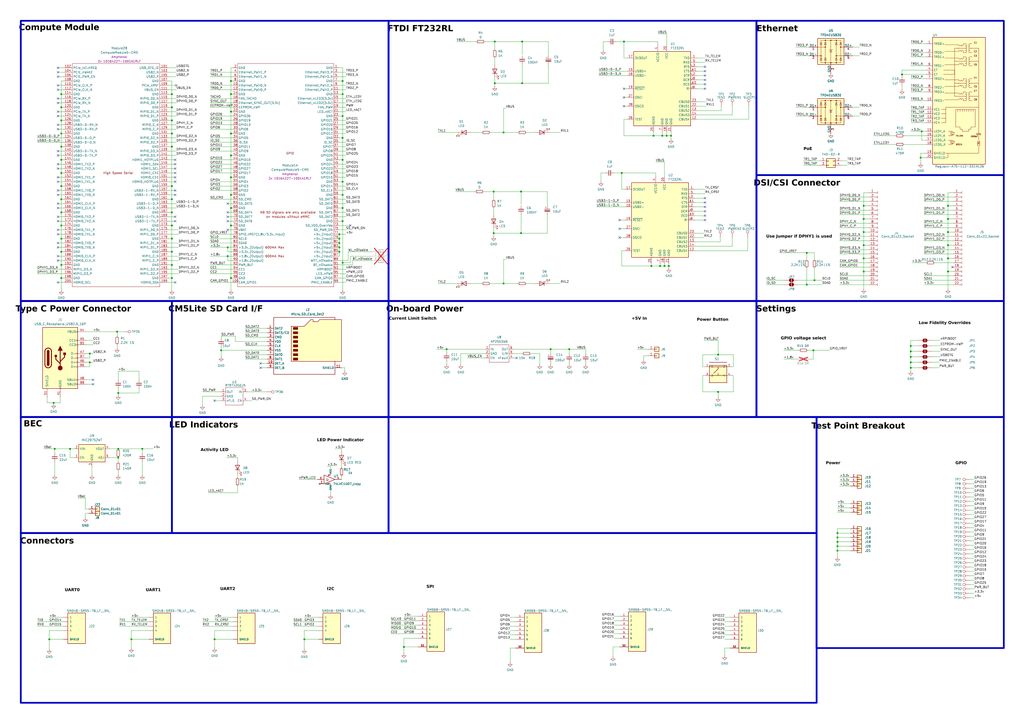
<source format=kicad_sch>
(kicad_sch (version 20231120) (generator "eeschema") (generator_version "8.0")
  (paper "A2")
  (junction (at 198.755 80.01))
  (junction (at 467.995 146.685))
  (junction (at 124.46 370.84))
  (junction (at 549.91 157.48))
  (junction (at 99.695 138.43))
  (junction (at 528.32 213.36))
  (junction (at 198.755 128.27))
  (junction (at 76.2 370.84))
  (junction (at 35.56 138.43))
  (junction (at 133.985 161.29))
  (junction (at 35.56 62.23))
  (junction (at 302.26 135.255))
  (junction (at 234.315 375.285))
  (junction (at 384.175 78.74))
  (junction (at 35.56 69.85))
  (junction (at 501.015 134.62))
  (junction (at 35.56 146.05))
  (junction (at 68.58 260.35))
  (junction (at 287.02 48.26))
  (junction (at 31.115 233.68))
  (junction (at 528.32 200.66))
  (junction (at 534.035 91.44))
  (junction (at 35.56 85.09))
  (junction (at 377.825 154.305))
  (junction (at 31.75 260.35))
  (junction (at 387.985 154.305))
  (junction (at 292.1 164.465))
  (junction (at 35.56 130.81))
  (junction (at 99.695 153.67))
  (junction (at 35.56 100.33))
  (junction (at 133.985 77.47))
  (junction (at 176.53 370.84))
  (junction (at 198.755 54.61))
  (junction (at 198.755 105.41))
  (junction (at 382.905 154.305))
  (junction (at 485.775 316.865))
  (junction (at 534.67 76.2))
  (junction (at 99.695 77.47))
  (junction (at 485.775 319.405))
  (junction (at 68.58 227.965))
  (junction (at 99.695 54.61))
  (junction (at 416.56 205.74))
  (junction (at 128.27 203.2))
  (junction (at 133.985 64.77))
  (junction (at 196.85 135.89))
  (junction (at 196.85 143.51))
  (junction (at 386.715 78.74))
  (junction (at 528.32 207.01))
  (junction (at 416.56 227.33))
  (junction (at 501.015 119.38))
  (junction (at 523.24 43.18))
  (junction (at 132.08 143.51))
  (junction (at 133.985 102.87))
  (junction (at 528.32 210.185))
  (junction (at 198.755 120.65))
  (junction (at 259.08 202.565))
  (junction (at 360.68 100.33))
  (junction (at 485.775 311.785))
  (junction (at 52.07 210.185))
  (junction (at 35.56 54.61))
  (junction (at 133.985 113.03))
  (junction (at 198.755 152.4))
  (junction (at 501.015 149.86))
  (junction (at 99.695 115.57))
  (junction (at 361.95 24.13))
  (junction (at 302.895 24.13))
  (junction (at 485.775 309.245))
  (junction (at 99.695 123.19))
  (junction (at 99.695 107.95))
  (junction (at 133.985 90.17))
  (junction (at 133.985 130.81))
  (junction (at 52.07 205.105))
  (junction (at 67.945 192.405))
  (junction (at 35.56 161.29))
  (junction (at 472.44 162.56))
  (junction (at 35.56 123.19))
  (junction (at 196.85 146.05))
  (junction (at 28.575 370.84))
  (junction (at 68.58 265.43))
  (junction (at 35.56 107.95))
  (junction (at 198.755 92.71))
  (junction (at 82.55 260.35))
  (junction (at 471.805 203.2))
  (junction (at 528.32 203.835))
  (junction (at 99.695 146.05))
  (junction (at 379.095 78.74))
  (junction (at 35.56 115.57))
  (junction (at 385.445 154.305))
  (junction (at 389.255 78.74))
  (junction (at 549.91 119.38))
  (junction (at 35.56 77.47))
  (junction (at 286.385 135.255))
  (junction (at 99.695 62.23))
  (junction (at 99.695 85.09))
  (junction (at 99.695 130.81))
  (junction (at 35.56 92.71))
  (junction (at 198.755 67.31))
  (junction (at 549.91 142.24))
  (junction (at 133.985 46.99))
  (junction (at 302.26 111.125))
  (junction (at 549.91 149.86))
  (junction (at 133.985 54.61))
  (junction (at 467.995 165.1))
  (junction (at 549.91 127))
  (junction (at 99.695 161.29))
  (junction (at 319.405 202.565))
  (junction (at 330.2 202.565))
  (junction (at 133.985 120.65))
  (junction (at 99.695 69.85))
  (junction (at 196.85 140.97))
  (junction (at 501.015 127))
  (junction (at 501.015 157.48))
  (junction (at 549.91 134.62))
  (junction (at 40.64 260.35))
  (junction (at 198.755 46.99))
  (junction (at 286.385 111.125))
  (junction (at 132.08 148.59))
  (junction (at 501.015 142.24))
  (junction (at 292.1 76.835))
  (junction (at 196.85 138.43))
  (junction (at 485.775 314.325))
  (junction (at 198.755 113.03))
  (junction (at 35.56 153.67))
  (junction (at 287.02 24.13))
  (junction (at 302.895 48.26))
  (no_connect (at 33.655 125.73))
  (no_connect (at 33.655 64.77))
  (no_connect (at 101.6 102.87))
  (no_connect (at 203.2 130.81))
  (no_connect (at 33.655 49.53))
  (no_connect (at 101.6 113.03))
  (no_connect (at 132.08 133.35))
  (no_connect (at 33.655 67.31))
  (no_connect (at 33.655 57.15))
  (no_connect (at 33.655 110.49))
  (no_connect (at 102.235 49.53))
  (no_connect (at 361.95 61.595))
  (no_connect (at 33.655 72.39))
  (no_connect (at 408.94 48.895))
  (no_connect (at 33.655 39.37))
  (no_connect (at 33.655 113.03))
  (no_connect (at 101.6 100.33))
  (no_connect (at 408.94 46.355))
  (no_connect (at 361.95 51.435))
  (no_connect (at 151.13 213.36))
  (no_connect (at 408.94 120.015))
  (no_connect (at 132.08 128.27))
  (no_connect (at 33.655 148.59))
  (no_connect (at 53.975 222.885))
  (no_connect (at 552.45 154.94))
  (no_connect (at 101.6 95.25))
  (no_connect (at 132.08 125.73))
  (no_connect (at 408.94 51.435))
  (no_connect (at 33.655 41.91))
  (no_connect (at 359.41 132.715))
  (no_connect (at 101.6 110.49))
  (no_connect (at 33.655 97.79))
  (no_connect (at 33.655 128.27))
  (no_connect (at 408.94 43.815))
  (no_connect (at 151.13 210.82))
  (no_connect (at 33.655 163.83))
  (no_connect (at 408.94 38.735))
  (no_connect (at 408.94 114.935))
  (no_connect (at 101.6 125.73))
  (no_connect (at 33.655 151.13))
  (no_connect (at 53.975 220.345))
  (no_connect (at 299.72 207.645))
  (no_connect (at 33.655 135.89))
  (no_connect (at 33.655 133.35))
  (no_connect (at 33.655 95.25))
  (no_connect (at 132.08 118.11))
  (no_connect (at 101.6 97.79))
  (no_connect (at 33.655 102.87))
  (no_connect (at 33.655 52.07))
  (no_connect (at 33.655 105.41))
  (no_connect (at 359.41 137.795))
  (no_connect (at 33.655 59.69))
  (no_connect (at 408.94 117.475))
  (no_connect (at 361.95 56.515))
  (no_connect (at 33.655 87.63))
  (no_connect (at 33.655 120.65))
  (no_connect (at 132.08 123.19))
  (no_connect (at 408.94 125.095))
  (no_connect (at 33.655 74.93))
  (no_connect (at 101.6 163.83))
  (no_connect (at 408.94 41.275))
  (no_connect (at 33.655 143.51))
  (no_connect (at 359.41 127.635))
  (no_connect (at 33.655 44.45))
  (no_connect (at 124.46 232.41))
  (no_connect (at 33.655 118.11))
  (no_connect (at 33.655 90.17))
  (no_connect (at 101.6 92.71))
  (no_connect (at 33.655 140.97))
  (no_connect (at 408.94 122.555))
  (no_connect (at 408.94 127.635))
  (no_connect (at 101.6 105.41))
  (no_connect (at 101.6 128.27))
  (wire (pts (xy 355.6 375.285) (xy 355.6 381)))
  (wire (pts (xy 198.12 260.35) (xy 194.31 260.35)))
  (wire (pts (xy 420.37 365.76) (xy 423.545 365.76)))
  (wire (pts (xy 198.755 39.37) (xy 198.755 46.99)))
  (wire (pts (xy 416.56 197.485) (xy 408.305 197.485)))
  (wire (pts (xy 468.63 208.28) (xy 471.805 208.28)))
  (wire (pts (xy 534.035 91.44) (xy 537.21 91.44)))
  (wire (pts (xy 403.225 142.875) (xy 424.815 142.875)))
  (wire (pts (xy 99.695 161.29) (xy 97.79 161.29)))
  (wire (pts (xy 420.37 358.14) (xy 423.545 358.14)))
  (wire (pts (xy 404.495 61.595) (xy 409.575 61.595)))
  (wire (pts (xy 472.44 150.495) (xy 472.44 146.685)))
  (wire (pts (xy 68.58 273.05) (xy 68.58 275.59)))
  (wire (pts (xy 99.695 138.43) (xy 99.695 146.05)))
  (wire (pts (xy 135.255 64.77) (xy 133.985 64.77)))
  (wire (pts (xy 31.75 260.35) (xy 31.75 262.89)))
  (wire (pts (xy 379.095 76.835) (xy 379.095 78.74)))
  (wire (pts (xy 485.775 314.325) (xy 485.775 316.865)))
  (wire (pts (xy 35.56 92.71) (xy 35.56 100.33)))
  (wire (pts (xy 356.235 362.585) (xy 359.41 362.585)))
  (wire (pts (xy 317.5 124.46) (xy 317.5 135.255)))
  (wire (pts (xy 468.63 203.2) (xy 471.805 203.2)))
  (wire (pts (xy 540.385 200.66) (xy 545.465 200.66)))
  (wire (pts (xy 504.19 142.24) (xy 501.015 142.24)))
  (wire (pts (xy 97.79 128.27) (xy 101.6 128.27)))
  (wire (pts (xy 121.92 135.89) (xy 135.255 135.89)))
  (wire (pts (xy 234.315 375.285) (xy 234.315 370.205)))
  (wire (pts (xy 487.045 276.86) (xy 493.395 276.86)))
  (wire (pts (xy 407.67 212.725) (xy 408.94 212.725)))
  (wire (pts (xy 196.215 62.23) (xy 200.66 62.23)))
  (wire (pts (xy 528.32 66.04) (xy 537.21 66.04)))
  (wire (pts (xy 36.83 54.61) (xy 35.56 54.61)))
  (wire (pts (xy 535.94 121.92) (xy 553.085 121.92)))
  (wire (pts (xy 537.21 40.64) (xy 523.24 40.64)))
  (wire (pts (xy 133.985 64.77) (xy 133.985 77.47)))
  (wire (pts (xy 487.045 162.56) (xy 504.19 162.56)))
  (wire (pts (xy 487.045 132.08) (xy 504.19 132.08)))
  (wire (pts (xy 33.655 143.51) (xy 36.83 143.51)))
  (wire (pts (xy 487.045 152.4) (xy 504.19 152.4)))
  (wire (pts (xy 271.145 207.645) (xy 281.305 207.645)))
  (wire (pts (xy 359.41 137.795) (xy 362.585 137.795)))
  (wire (pts (xy 142.24 205.74) (xy 154.94 205.74)))
  (wire (pts (xy 540.385 207.01) (xy 545.465 207.01)))
  (wire (pts (xy 361.95 56.515) (xy 363.855 56.515)))
  (wire (pts (xy 97.79 113.03) (xy 101.6 113.03)))
  (wire (pts (xy 562.61 339.09) (xy 565.15 339.09)))
  (wire (pts (xy 501.015 111.76) (xy 501.015 119.38)))
  (wire (pts (xy 97.79 125.73) (xy 101.6 125.73)))
  (wire (pts (xy 196.215 143.51) (xy 196.85 143.51)))
  (wire (pts (xy 99.695 46.99) (xy 99.695 54.61)))
  (wire (pts (xy 361.95 24.13) (xy 361.95 33.655)))
  (wire (pts (xy 562.61 328.93) (xy 565.15 328.93)))
  (wire (pts (xy 43.18 265.43) (xy 40.64 265.43)))
  (wire (pts (xy 201.93 151.13) (xy 201.93 146.05)))
  (wire (pts (xy 196.215 64.77) (xy 200.66 64.77)))
  (wire (pts (xy 36.83 77.47) (xy 35.56 77.47)))
  (wire (pts (xy 461.645 27.305) (xy 469.265 27.305)))
  (wire (pts (xy 528.32 207.01) (xy 532.765 207.01)))
  (wire (pts (xy 416.56 197.485) (xy 416.56 205.74)))
  (wire (pts (xy 136.525 198.12) (xy 154.94 198.12)))
  (wire (pts (xy 302.895 37.465) (xy 302.895 48.26)))
  (wire (pts (xy 196.85 148.59) (xy 196.85 146.05)))
  (wire (pts (xy 348.615 100.33) (xy 351.155 100.33)))
  (wire (pts (xy 97.79 146.05) (xy 99.695 146.05)))
  (wire (pts (xy 196.215 153.67) (xy 204.47 153.67)))
  (wire (pts (xy 196.215 100.33) (xy 200.66 100.33)))
  (wire (pts (xy 99.695 77.47) (xy 99.695 85.09)))
  (wire (pts (xy 35.56 107.95) (xy 35.56 115.57)))
  (wire (pts (xy 359.41 127.635) (xy 362.585 127.635)))
  (wire (pts (xy 97.79 151.13) (xy 103.505 151.13)))
  (wire (pts (xy 121.92 87.63) (xy 135.255 87.63)))
  (wire (pts (xy 385.445 153.035) (xy 385.445 154.305)))
  (wire (pts (xy 487.045 160.02) (xy 504.19 160.02)))
  (wire (pts (xy 36.83 62.23) (xy 35.56 62.23)))
  (wire (pts (xy 485.775 297.18) (xy 493.395 297.18)))
  (wire (pts (xy 461.645 62.23) (xy 469.265 62.23)))
  (wire (pts (xy 132.08 143.51) (xy 135.255 143.51)))
  (wire (pts (xy 52.07 210.185) (xy 53.975 210.185)))
  (wire (pts (xy 295.91 384.175) (xy 295.91 375.92)))
  (wire (pts (xy 33.655 133.35) (xy 36.83 133.35)))
  (wire (pts (xy 121.92 115.57) (xy 135.255 115.57)))
  (wire (pts (xy 97.79 123.19) (xy 99.695 123.19)))
  (wire (pts (xy 359.41 132.715) (xy 362.585 132.715)))
  (wire (pts (xy 467.995 146.685) (xy 452.12 146.685)))
  (wire (pts (xy 196.215 130.81) (xy 203.2 130.81)))
  (wire (pts (xy 487.045 147.32) (xy 504.19 147.32)))
  (wire (pts (xy 487.045 121.92) (xy 504.19 121.92)))
  (wire (pts (xy 36.83 146.05) (xy 35.56 146.05)))
  (wire (pts (xy 40.64 260.35) (xy 43.18 260.35)))
  (wire (pts (xy 504.19 127) (xy 501.015 127)))
  (wire (pts (xy 121.92 82.55) (xy 135.255 82.55)))
  (wire (pts (xy 33.655 64.77) (xy 36.83 64.77)))
  (wire (pts (xy 97.79 115.57) (xy 99.695 115.57)))
  (wire (pts (xy 97.79 41.91) (xy 102.235 41.91)))
  (wire (pts (xy 487.045 279.4) (xy 493.395 279.4)))
  (wire (pts (xy 295.91 368.3) (xy 299.085 368.3)))
  (wire (pts (xy 234.315 370.205) (xy 242.57 370.205)))
  (wire (pts (xy 462.915 162.56) (xy 472.44 162.56)))
  (wire (pts (xy 528.32 210.185) (xy 528.32 213.36)))
  (wire (pts (xy 386.715 19.685) (xy 381.635 19.685)))
  (wire (pts (xy 97.79 153.67) (xy 99.695 153.67)))
  (wire (pts (xy 535.94 116.84) (xy 553.085 116.84)))
  (wire (pts (xy 552.45 154.94) (xy 553.085 154.94)))
  (wire (pts (xy 356.235 370.205) (xy 359.41 370.205)))
  (wire (pts (xy 267.335 205.105) (xy 267.335 211.455)))
  (wire (pts (xy 99.695 130.81) (xy 99.695 138.43)))
  (wire (pts (xy 287.02 28.575) (xy 287.02 24.13)))
  (wire (pts (xy 319.405 202.565) (xy 330.2 202.565)))
  (wire (pts (xy 35.56 115.57) (xy 35.56 123.19)))
  (wire (pts (xy 124.46 370.84) (xy 135.255 370.84)))
  (wire (pts (xy 36.83 138.43) (xy 35.56 138.43)))
  (wire (pts (xy 404.495 38.735) (xy 408.94 38.735)))
  (wire (pts (xy 226.695 362.585) (xy 242.57 362.585)))
  (wire (pts (xy 33.655 97.79) (xy 36.83 97.79)))
  (wire (pts (xy 562.61 318.77) (xy 565.15 318.77)))
  (wire (pts (xy 191.77 280.67) (xy 191.77 287.02)))
  (wire (pts (xy 36.83 161.29) (xy 35.56 161.29)))
  (wire (pts (xy 36.83 100.33) (xy 35.56 100.33)))
  (wire (pts (xy 33.655 120.65) (xy 36.83 120.65)))
  (wire (pts (xy 534.035 94.615) (xy 534.035 91.44)))
  (wire (pts (xy 121.92 67.31) (xy 135.255 67.31)))
  (wire (pts (xy 50.165 210.185) (xy 52.07 210.185)))
  (wire (pts (xy 425.45 227.33) (xy 416.56 227.33)))
  (wire (pts (xy 562.61 326.39) (xy 565.15 326.39)))
  (wire (pts (xy 128.27 201.295) (xy 128.27 203.2)))
  (wire (pts (xy 528.32 33.02) (xy 537.21 33.02)))
  (wire (pts (xy 284.48 76.835) (xy 292.1 76.835)))
  (wire (pts (xy 33.655 128.27) (xy 36.83 128.27)))
  (wire (pts (xy 35.56 62.23) (xy 35.56 69.85)))
  (wire (pts (xy 562.61 285.75) (xy 565.15 285.75)))
  (wire (pts (xy 549.91 134.62) (xy 549.91 142.24)))
  (wire (pts (xy 404.495 33.655) (xy 408.94 33.655)))
  (wire (pts (xy 135.255 146.05) (xy 132.08 146.05)))
  (wire (pts (xy 381.635 24.13) (xy 361.95 24.13)))
  (wire (pts (xy 425.45 217.805) (xy 425.45 227.33)))
  (wire (pts (xy 35.56 69.85) (xy 35.56 77.47)))
  (wire (pts (xy 528.32 207.01) (xy 528.32 210.185)))
  (wire (pts (xy 417.83 140.335) (xy 403.225 140.335)))
  (wire (pts (xy 52.07 207.645) (xy 52.07 205.105)))
  (wire (pts (xy 501.015 149.86) (xy 501.015 157.48)))
  (wire (pts (xy 528.32 50.8) (xy 537.21 50.8)))
  (wire (pts (xy 292.1 164.465) (xy 300.355 164.465)))
  (wire (pts (xy 97.79 156.21) (xy 103.505 156.21)))
  (wire (pts (xy 33.655 74.93) (xy 36.83 74.93)))
  (wire (pts (xy 121.92 80.01) (xy 135.255 80.01)))
  (wire (pts (xy 82.55 260.35) (xy 88.9 260.35)))
  (wire (pts (xy 97.79 148.59) (xy 103.505 148.59)))
  (wire (pts (xy 562.61 341.63) (xy 565.15 341.63)))
  (wire (pts (xy 523.24 43.18) (xy 523.24 44.45)))
  (wire (pts (xy 528.32 200.66) (xy 528.32 197.485)))
  (wire (pts (xy 49.53 295.275) (xy 49.53 288.925)))
  (wire (pts (xy 553.085 142.24) (xy 549.91 142.24)))
  (wire (pts (xy 97.79 120.65) (xy 102.235 120.65)))
  (wire (pts (xy 196.215 87.63) (xy 200.66 87.63)))
  (wire (pts (xy 97.79 158.75) (xy 103.505 158.75)))
  (wire (pts (xy 97.79 95.25) (xy 101.6 95.25)))
  (wire (pts (xy 196.215 163.83) (xy 200.66 163.83)))
  (wire (pts (xy 68.58 260.35) (xy 82.55 260.35)))
  (wire (pts (xy 67.945 192.405) (xy 71.755 192.405)))
  (wire (pts (xy 76.2 365.76) (xy 86.36 365.76)))
  (wire (pts (xy 380.365 100.33) (xy 360.68 100.33)))
  (wire (pts (xy 97.79 143.51) (xy 103.505 143.51)))
  (wire (pts (xy 528.32 68.58) (xy 537.21 68.58)))
  (wire (pts (xy 97.79 90.17) (xy 102.235 90.17)))
  (wire (pts (xy 487.045 165.1) (xy 504.19 165.1)))
  (wire (pts (xy 403.225 135.255) (xy 408.305 135.255)))
  (wire (pts (xy 472.44 155.575) (xy 472.44 162.56)))
  (wire (pts (xy 385.445 102.235) (xy 385.445 93.98)))
  (wire (pts (xy 286.385 132.08) (xy 286.385 135.255)))
  (wire (pts (xy 317.5 119.38) (xy 317.5 111.125)))
  (wire (pts (xy 434.34 61.595) (xy 434.34 69.215)))
  (wire (pts (xy 404.495 41.275) (xy 408.94 41.275)))
  (wire (pts (xy 151.13 210.82) (xy 154.94 210.82)))
  (wire (pts (xy 173.355 278.13) (xy 184.15 278.13)))
  (wire (pts (xy 380.365 102.235) (xy 380.365 100.33)))
  (wire (pts (xy 21.59 363.22) (xy 36.83 363.22)))
  (wire (pts (xy 27.305 233.68) (xy 31.115 233.68)))
  (wire (pts (xy 50.165 207.645) (xy 52.07 207.645)))
  (wire (pts (xy 28.575 358.14) (xy 36.83 358.14)))
  (wire (pts (xy 36.83 69.85) (xy 35.56 69.85)))
  (wire (pts (xy 386.715 78.74) (xy 389.255 78.74)))
  (wire (pts (xy 137.795 285.75) (xy 120.65 285.75)))
  (wire (pts (xy 142.24 200.66) (xy 154.94 200.66)))
  (wire (pts (xy 487.045 137.16) (xy 504.19 137.16)))
  (wire (pts (xy 297.815 202.565) (xy 319.405 202.565)))
  (wire (pts (xy 31.75 260.35) (xy 40.64 260.35)))
  (wire (pts (xy 523.24 49.53) (xy 523.24 52.07)))
  (wire (pts (xy 196.215 105.41) (xy 198.755 105.41)))
  (wire (pts (xy 504.19 111.76) (xy 501.015 111.76)))
  (wire (pts (xy 97.79 69.85) (xy 99.695 69.85)))
  (wire (pts (xy 403.225 127.635) (xy 408.94 127.635)))
  (wire (pts (xy 387.985 154.305) (xy 387.985 155.575)))
  (wire (pts (xy 99.695 123.19) (xy 99.695 130.81)))
  (wire (pts (xy 407.67 217.805) (xy 408.94 217.805)))
  (wire (pts (xy 198.755 113.03) (xy 198.755 120.65)))
  (wire (pts (xy 317.5 135.255) (xy 302.26 135.255)))
  (wire (pts (xy 386.715 26.035) (xy 386.715 19.685)))
  (wire (pts (xy 540.385 197.485) (xy 545.465 197.485)))
  (wire (pts (xy 133.985 161.29) (xy 133.985 168.275)))
  (wire (pts (xy 33.655 44.45) (xy 36.83 44.45)))
  (wire (pts (xy 97.79 100.33) (xy 101.6 100.33)))
  (wire (pts (xy 535.94 147.32) (xy 553.085 147.32)))
  (wire (pts (xy 293.37 62.865) (xy 292.1 62.865)))
  (wire (pts (xy 36.83 153.67) (xy 35.56 153.67)))
  (wire (pts (xy 528.32 30.48) (xy 537.21 30.48)))
  (wire (pts (xy 418.465 64.135) (xy 404.495 64.135)))
  (wire (pts (xy 420.37 363.22) (xy 423.545 363.22)))
  (wire (pts (xy 49.53 297.815) (xy 49.53 300.355)))
  (wire (pts (xy 504.19 134.62) (xy 501.015 134.62)))
  (wire (pts (xy 562.61 306.07) (xy 565.15 306.07)))
  (wire (pts (xy 200.025 213.36) (xy 200.025 215.265)))
  (wire (pts (xy 417.83 137.795) (xy 417.83 140.335)))
  (wire (pts (xy 97.79 72.39) (xy 102.235 72.39)))
  (wire (pts (xy 286.385 115.57) (xy 286.385 111.125)))
  (wire (pts (xy 203.2 152.4) (xy 198.755 152.4)))
  (wire (pts (xy 226.695 365.125) (xy 242.57 365.125)))
  (wire (pts (xy 33.655 163.83) (xy 36.83 163.83)))
  (wire (pts (xy 135.255 39.37) (xy 133.985 39.37)))
  (wire (pts (xy 302.26 118.745) (xy 302.26 111.125)))
  (wire (pts (xy 420.37 368.3) (xy 423.545 368.3)))
  (wire (pts (xy 462.915 165.1) (xy 467.995 165.1)))
  (wire (pts (xy 33.655 105.41) (xy 36.83 105.41)))
  (wire (pts (xy 143.51 232.41) (xy 146.05 232.41)))
  (wire (pts (xy 318.135 32.385) (xy 318.135 24.13)))
  (wire (pts (xy 363.855 69.215) (xy 361.95 69.215)))
  (wire (pts (xy 198.12 213.36) (xy 200.025 213.36)))
  (wire (pts (xy 142.24 195.58) (xy 154.94 195.58)))
  (wire (pts (xy 52.07 212.725) (xy 52.07 210.185)))
  (wire (pts (xy 286.385 137.16) (xy 286.385 135.255)))
  (wire (pts (xy 359.41 375.285) (xy 355.6 375.285)))
  (wire (pts (xy 176.53 365.76) (xy 176.53 370.84)))
  (wire (pts (xy 287.02 45.085) (xy 287.02 48.26)))
  (wire (pts (xy 196.215 80.01) (xy 198.755 80.01)))
  (wire (pts (xy 135.255 102.87) (xy 133.985 102.87)))
  (wire (pts (xy 121.92 72.39) (xy 135.255 72.39)))
  (wire (pts (xy 553.085 134.62) (xy 549.91 134.62)))
  (wire (pts (xy 549.91 111.76) (xy 549.91 119.38)))
  (wire (pts (xy 528.32 213.36) (xy 528.32 215.265)))
  (wire (pts (xy 404.495 69.215) (xy 434.34 69.215)))
  (wire (pts (xy 63.5 265.43) (xy 68.58 265.43)))
  (wire (pts (xy 407.67 205.74) (xy 407.67 212.725)))
  (wire (pts (xy 33.655 57.15) (xy 36.83 57.15)))
  (wire (pts (xy 196.215 67.31) (xy 198.755 67.31)))
  (wire (pts (xy 424.815 66.675) (xy 424.815 61.595)))
  (wire (pts (xy 542.29 152.4) (xy 553.085 152.4)))
  (wire (pts (xy 461.645 32.385) (xy 469.265 32.385)))
  (wire (pts (xy 425.45 212.725) (xy 424.18 212.725)))
  (wire (pts (xy 69.215 360.68) (xy 86.36 360.68)))
  (wire (pts (xy 360.68 100.33) (xy 360.68 109.855)))
  (wire (pts (xy 135.255 46.99) (xy 133.985 46.99)))
  (wire (pts (xy 349.885 24.13) (xy 352.425 24.13)))
  (wire (pts (xy 133.985 120.65) (xy 133.985 130.81)))
  (wire (pts (xy 259.08 202.565) (xy 259.08 204.47)))
  (wire (pts (xy 35.56 123.19) (xy 35.56 130.81)))
  (wire (pts (xy 132.08 133.35) (xy 135.255 133.35)))
  (wire (pts (xy 121.92 138.43) (xy 135.255 138.43)))
  (wire (pts (xy 196.215 120.65) (xy 198.755 120.65)))
  (wire (pts (xy 196.215 123.19) (xy 200.66 123.19)))
  (wire (pts (xy 69.215 363.22) (xy 86.36 363.22)))
  (wire (pts (xy 356.235 360.045) (xy 359.41 360.045)))
  (wire (pts (xy 76.2 358.14) (xy 86.36 358.14)))
  (wire (pts (xy 562.61 316.23) (xy 565.15 316.23)))
  (wire (pts (xy 501.015 157.48) (xy 504.19 157.48)))
  (wire (pts (xy 97.79 62.23) (xy 99.695 62.23)))
  (wire (pts (xy 121.92 44.45) (xy 135.255 44.45)))
  (wire (pts (xy 418.465 61.595) (xy 418.465 64.135)))
  (wire (pts (xy 420.37 370.84) (xy 423.545 370.84)))
  (wire (pts (xy 121.92 57.15) (xy 135.255 57.15)))
  (wire (pts (xy 136.525 194.945) (xy 136.525 198.12)))
  (wire (pts (xy 562.61 321.31) (xy 565.15 321.31)))
  (wire (pts (xy 347.345 43.815) (xy 363.855 43.815)))
  (wire (pts (xy 420.37 360.68) (xy 423.545 360.68)))
  (wire (pts (xy 562.61 293.37) (xy 565.15 293.37)))
  (wire (pts (xy 403.225 125.095) (xy 408.94 125.095)))
  (wire (pts (xy 234.315 379.095) (xy 234.315 375.285)))
  (wire (pts (xy 135.255 130.81) (xy 133.985 130.81)))
  (wire (pts (xy 201.93 146.05) (xy 215.9 146.05)))
  (wire (pts (xy 49.53 295.275) (xy 51.435 295.275)))
  (wire (pts (xy 535.94 160.02) (xy 553.085 160.02)))
  (wire (pts (xy 381.635 26.035) (xy 381.635 24.13)))
  (wire (pts (xy 549.91 149.86) (xy 549.91 157.48)))
  (wire (pts (xy 196.215 107.95) (xy 200.66 107.95)))
  (wire (pts (xy 97.79 74.93) (xy 102.235 74.93)))
  (wire (pts (xy 295.91 375.92) (xy 299.085 375.92)))
  (wire (pts (xy 562.61 336.55) (xy 565.15 336.55)))
  (wire (pts (xy 562.61 346.71) (xy 565.15 346.71)))
  (wire (pts (xy 302.26 124.46) (xy 302.26 135.255)))
  (wire (pts (xy 80.645 225.425) (xy 80.645 227.965)))
  (wire (pts (xy 121.92 100.33) (xy 135.255 100.33)))
  (wire (pts (xy 196.215 151.13) (xy 201.93 151.13)))
  (wire (pts (xy 33.655 67.31) (xy 36.83 67.31)))
  (wire (pts (xy 196.215 74.93) (xy 200.66 74.93)))
  (wire (pts (xy 403.225 114.935) (xy 408.94 114.935)))
  (wire (pts (xy 385.445 93.98) (xy 380.365 93.98)))
  (wire (pts (xy 97.79 138.43) (xy 99.695 138.43)))
  (wire (pts (xy 97.79 77.47) (xy 99.695 77.47)))
  (wire (pts (xy 485.775 323.215) (xy 485.775 319.405)))
  (wire (pts (xy 196.215 138.43) (xy 196.85 138.43)))
  (wire (pts (xy 420.37 375.92) (xy 420.37 380.365)))
  (wire (pts (xy 35.56 77.47) (xy 35.56 85.09)))
  (wire (pts (xy 76.2 370.84) (xy 86.36 370.84)))
  (wire (pts (xy 534.035 88.9) (xy 537.21 88.9)))
  (wire (pts (xy 121.92 97.79) (xy 135.255 97.79)))
  (wire (pts (xy 528.32 203.835) (xy 528.32 207.01)))
  (wire (pts (xy 562.61 298.45) (xy 565.15 298.45)))
  (wire (pts (xy 33.655 72.39) (xy 36.83 72.39)))
  (wire (pts (xy 286.385 120.65) (xy 286.385 124.46)))
  (wire (pts (xy 403.225 120.015) (xy 408.94 120.015)))
  (wire (pts (xy 97.79 102.87) (xy 101.6 102.87)))
  (wire (pts (xy 135.255 151.13) (xy 132.08 151.13)))
  (wire (pts (xy 137.795 265.43) (xy 137.795 267.335)))
  (wire (pts (xy 97.79 92.71) (xy 101.6 92.71)))
  (wire (pts (xy 97.79 82.55) (xy 102.235 82.55)))
  (wire (pts (xy 493.395 309.245) (xy 485.775 309.245)))
  (wire (pts (xy 295.91 370.84) (xy 299.085 370.84)))
  (wire (pts (xy 198.755 128.27) (xy 196.215 128.27)))
  (wire (pts (xy 35.56 54.61) (xy 35.56 62.23)))
  (wire (pts (xy 535.94 162.56) (xy 553.085 162.56)))
  (wire (pts (xy 472.44 162.56) (xy 476.885 162.56)))
  (wire (pts (xy 151.13 213.36) (xy 154.94 213.36)))
  (wire (pts (xy 135.255 77.47) (xy 133.985 77.47)))
  (wire (pts (xy 121.92 62.23) (xy 135.255 62.23)))
  (wire (pts (xy 361.95 69.215) (xy 361.95 78.74)))
  (wire (pts (xy 68.58 215.265) (xy 80.645 215.265)))
  (wire (pts (xy 295.91 365.76) (xy 299.085 365.76)))
  (wire (pts (xy 356.235 367.665) (xy 359.41 367.665)))
  (wire (pts (xy 82.55 260.35) (xy 82.55 262.89)))
  (wire (pts (xy 99.695 146.05) (xy 99.695 153.67)))
  (wire (pts (xy 494.665 27.305) (xy 498.475 27.305)))
  (wire (pts (xy 466.09 93.345) (xy 475.615 93.345)))
  (wire (pts (xy 132.08 118.11) (xy 135.255 118.11)))
  (wire (pts (xy 524.51 83.82) (xy 537.21 83.82)))
  (wire (pts (xy 254 164.465) (xy 265.43 164.465)))
  (wire (pts (xy 528.32 210.185) (xy 532.765 210.185)))
  (wire (pts (xy 196.85 140.97) (xy 196.85 138.43)))
  (wire (pts (xy 97.79 118.11) (xy 102.235 118.11)))
  (wire (pts (xy 287.02 50.165) (xy 287.02 48.26)))
  (wire (pts (xy 293.37 150.495) (xy 292.1 150.495)))
  (wire (pts (xy 21.59 158.75) (xy 36.83 158.75)))
  (wire (pts (xy 40.64 265.43) (xy 40.64 260.35)))
  (wire (pts (xy 170.18 363.22) (xy 184.785 363.22)))
  (wire (pts (xy 302.895 24.13) (xy 318.135 24.13)))
  (wire (pts (xy 80.645 220.345) (xy 80.645 215.265)))
  (wire (pts (xy 424.815 142.875) (xy 424.815 137.795)))
  (wire (pts (xy 203.2 148.59) (xy 203.2 152.4)))
  (wire (pts (xy 286.385 111.125) (xy 280.67 111.125)))
  (wire (pts (xy 425.45 205.74) (xy 416.56 205.74)))
  (wire (pts (xy 528.32 71.12) (xy 537.21 71.12)))
  (wire (pts (xy 528.32 63.5) (xy 537.21 63.5)))
  (wire (pts (xy 97.79 39.37) (xy 102.235 39.37)))
  (wire (pts (xy 133.985 77.47) (xy 133.985 90.17)))
  (wire (pts (xy 485.775 292.1) (xy 493.395 292.1)))
  (wire (pts (xy 535.94 137.16) (xy 553.085 137.16)))
  (wire (pts (xy 124.46 358.14) (xy 135.255 358.14)))
  (wire (pts (xy 176.53 370.84) (xy 176.53 376.555)))
  (wire (pts (xy 318.135 37.465) (xy 318.135 48.26)))
  (wire (pts (xy 50.165 212.725) (xy 52.07 212.725)))
  (wire (pts (xy 121.92 69.85) (xy 135.255 69.85)))
  (wire (pts (xy 528.955 152.4) (xy 537.21 152.4)))
  (wire (pts (xy 135.255 120.65) (xy 133.985 120.65)))
  (wire (pts (xy 553.085 127) (xy 549.91 127)))
  (wire (pts (xy 403.225 122.555) (xy 408.94 122.555)))
  (wire (pts (xy 68.58 220.345) (xy 68.58 215.265)))
  (wire (pts (xy 553.085 157.48) (xy 549.91 157.48)))
  (wire (pts (xy 31.75 267.97) (xy 31.75 275.59)))
  (wire (pts (xy 494.665 62.23) (xy 498.475 62.23)))
  (wire (pts (xy 487.045 154.94) (xy 504.19 154.94)))
  (wire (pts (xy 128.27 203.2) (xy 154.94 203.2)))
  (wire (pts (xy 385.445 154.305) (xy 387.985 154.305)))
  (wire (pts (xy 226.695 367.665) (xy 242.57 367.665)))
  (wire (pts (xy 198.755 67.31) (xy 198.755 80.01)))
  (wire (pts (xy 33.655 90.17) (xy 36.83 90.17)))
  (wire (pts (xy 407.67 205.74) (xy 416.56 205.74)))
  (wire (pts (xy 403.225 137.795) (xy 408.305 137.795)))
  (wire (pts (xy 284.48 164.465) (xy 292.1 164.465)))
  (wire (pts (xy 349.885 29.21) (xy 349.885 24.13)))
  (wire (pts (xy 494.665 67.31) (xy 498.475 67.31)))
  (wire (pts (xy 121.92 110.49) (xy 135.255 110.49)))
  (wire (pts (xy 403.225 117.475) (xy 408.94 117.475)))
  (wire (pts (xy 356.235 100.33) (xy 360.68 100.33)))
  (wire (pts (xy 121.92 41.91) (xy 135.255 41.91)))
  (wire (pts (xy 50.165 192.405) (xy 67.945 192.405)))
  (wire (pts (xy 361.95 78.74) (xy 379.095 78.74)))
  (wire (pts (xy 307.975 205.105) (xy 313.055 205.105)))
  (wire (pts (xy 292.1 62.865) (xy 292.1 76.835)))
  (wire (pts (xy 488.315 95.885) (xy 491.49 95.885)))
  (wire (pts (xy 97.79 64.77) (xy 102.235 64.77)))
  (wire (pts (xy 33.655 39.37) (xy 36.83 39.37)))
  (wire (pts (xy 49.53 297.815) (xy 51.435 297.815)))
  (wire (pts (xy 82.55 267.97) (xy 82.55 275.59)))
  (wire (pts (xy 234.315 357.505) (xy 242.57 357.505)))
  (wire (pts (xy 53.34 270.51) (xy 53.34 275.59)))
  (wire (pts (xy 27.305 230.505) (xy 27.305 233.68)))
  (wire (pts (xy 377.825 153.035) (xy 377.825 154.305)))
  (wire (pts (xy 97.79 140.97) (xy 103.505 140.97)))
  (wire (pts (xy 99.695 153.67) (xy 99.695 161.29)))
  (wire (pts (xy 540.385 213.36) (xy 544.83 213.36)))
  (wire (pts (xy 97.79 85.09) (xy 99.695 85.09)))
  (wire (pts (xy 36.83 107.95) (xy 35.56 107.95)))
  (wire (pts (xy 504.19 119.38) (xy 501.015 119.38)))
  (wire (pts (xy 198.755 54.61) (xy 198.755 67.31)))
  (wire (pts (xy 403.225 112.395) (xy 408.94 112.395)))
  (wire (pts (xy 382.905 153.035) (xy 382.905 154.305)))
  (wire (pts (xy 68.58 225.425) (xy 68.58 227.965)))
  (wire (pts (xy 295.91 360.68) (xy 299.085 360.68)))
  (wire (pts (xy 487.045 281.94) (xy 493.395 281.94)))
  (wire (pts (xy 488.315 93.345) (xy 491.49 93.345)))
  (wire (pts (xy 471.805 203.2) (xy 481.33 203.2)))
  (wire (pts (xy 97.79 130.81) (xy 99.695 130.81)))
  (wire (pts (xy 198.755 105.41) (xy 198.755 113.03)))
  (wire (pts (xy 318.135 76.835) (xy 325.12 76.835)))
  (wire (pts (xy 36.83 115.57) (xy 35.56 115.57)))
  (wire (pts (xy 198.12 276.225) (xy 198.12 278.13)))
  (wire (pts (xy 99.695 62.23) (xy 99.695 69.85)))
  (wire (pts (xy 196.85 135.89) (xy 200.66 135.89)))
  (wire (pts (xy 196.215 146.05) (xy 196.85 146.05)))
  (wire (pts (xy 523.24 43.18) (xy 537.21 43.18)))
  (wire (pts (xy 33.655 140.97) (xy 36.83 140.97)))
  (wire (pts (xy 339.725 210.185) (xy 339.725 211.455)))
  (wire (pts (xy 297.815 205.105) (xy 302.895 205.105)))
  (wire (pts (xy 198.755 120.65) (xy 198.755 128.27)))
  (wire (pts (xy 196.215 135.89) (xy 196.85 135.89)))
  (wire (pts (xy 196.215 95.25) (xy 200.66 95.25)))
  (wire (pts (xy 234.315 375.285) (xy 242.57 375.285)))
  (wire (pts (xy 135.255 365.76) (xy 124.46 365.76)))
  (wire (pts (xy 549.91 157.48) (xy 549.91 167.64)))
  (wire (pts (xy 33.655 118.11) (xy 36.83 118.11)))
  (wire (pts (xy 198.12 269.24) (xy 198.12 271.145)))
  (wire (pts (xy 33.655 151.13) (xy 36.83 151.13)))
  (wire (pts (xy 347.345 41.275) (xy 363.855 41.275)))
  (wire (pts (xy 97.79 52.07) (xy 102.235 52.07)))
  (wire (pts (xy 403.225 145.415) (xy 433.705 145.415)))
  (wire (pts (xy 97.79 87.63) (xy 102.235 87.63)))
  (wire (pts (xy 21.59 360.68) (xy 36.83 360.68)))
  (wire (pts (xy 535.94 114.3) (xy 553.085 114.3)))
  (wire (pts (xy 21.59 82.55) (xy 36.83 82.55)))
  (wire (pts (xy 196.215 97.79) (xy 200.66 97.79)))
  (wire (pts (xy 198.12 261.62) (xy 198.12 260.35)))
  (wire (pts (xy 135.255 54.61) (xy 133.985 54.61)))
  (wire (pts (xy 97.79 59.69) (xy 102.235 59.69)))
  (wire (pts (xy 302.895 48.26) (xy 287.02 48.26)))
  (wire (pts (xy 361.95 61.595) (xy 363.855 61.595)))
  (wire (pts (xy 361.95 33.655) (xy 363.855 33.655)))
  (wire (pts (xy 97.79 133.35) (xy 103.505 133.35)))
  (wire (pts (xy 389.255 76.835) (xy 389.255 78.74)))
  (wire (pts (xy 196.215 140.97) (xy 196.85 140.97)))
  (wire (pts (xy 549.91 142.24) (xy 549.91 149.86)))
  (wire (pts (xy 523.24 40.64) (xy 523.24 43.18)))
  (wire (pts (xy 25.4 260.35) (xy 31.75 260.35)))
  (wire (pts (xy 133.985 54.61) (xy 133.985 64.77)))
  (wire (pts (xy 198.755 152.4) (xy 198.755 168.275)))
  (wire (pts (xy 97.79 110.49) (xy 101.6 110.49)))
  (wire (pts (xy 524.51 78.74) (xy 537.21 78.74)))
  (wire (pts (xy 454.66 203.2) (xy 463.55 203.2)))
  (wire (pts (xy 33.655 125.73) (xy 36.83 125.73)))
  (wire (pts (xy 467.995 155.575) (xy 467.995 165.1)))
  (wire (pts (xy 273.05 76.835) (xy 279.4 76.835)))
  (wire (pts (xy 504.19 149.86) (xy 501.015 149.86)))
  (wire (pts (xy 133.985 39.37) (xy 133.985 46.99)))
  (wire (pts (xy 215.9 151.13) (xy 204.47 151.13)))
  (wire (pts (xy 36.83 85.09) (xy 35.56 85.09)))
  (wire (pts (xy 121.92 52.07) (xy 135.255 52.07)))
  (wire (pts (xy 97.79 46.99) (xy 99.695 46.99)))
  (wire (pts (xy 360.68 145.415) (xy 360.68 154.305)))
  (wire (pts (xy 493.395 306.705) (xy 485.775 306.705)))
  (wire (pts (xy 360.68 154.305) (xy 377.825 154.305)))
  (wire (pts (xy 196.215 125.73) (xy 200.66 125.73)))
  (wire (pts (xy 549.91 127) (xy 549.91 134.62)))
  (wire (pts (xy 198.755 46.99) (xy 198.755 54.61)))
  (wire (pts (xy 184.785 365.76) (xy 176.53 365.76)))
  (wire (pts (xy 528.32 38.1) (xy 537.21 38.1)))
  (wire (pts (xy 444.5 165.1) (xy 455.295 165.1)))
  (wire (pts (xy 501.015 119.38) (xy 501.015 127)))
  (wire (pts (xy 487.045 114.3) (xy 504.19 114.3)))
  (wire (pts (xy 117.475 227.33) (xy 128.27 227.33)))
  (wire (pts (xy 121.92 85.09) (xy 135.255 85.09)))
  (wire (pts (xy 137.795 274.955) (xy 137.795 276.86)))
  (wire (pts (xy 494.665 32.385) (xy 498.475 32.385)))
  (wire (pts (xy 176.53 358.14) (xy 184.785 358.14)))
  (wire (pts (xy 506.73 83.82) (xy 519.43 83.82)))
  (wire (pts (xy 346.075 120.015) (xy 362.585 120.015)))
  (wire (pts (xy 562.61 334.01) (xy 565.15 334.01)))
  (wire (pts (xy 535.94 139.7) (xy 553.085 139.7)))
  (wire (pts (xy 528.32 76.2) (xy 534.67 76.2)))
  (wire (pts (xy 135.255 113.03) (xy 133.985 113.03)))
  (wire (pts (xy 382.905 154.305) (xy 385.445 154.305)))
  (wire (pts (xy 302.895 31.75) (xy 302.895 24.13)))
  (wire (pts (xy 196.215 41.91) (xy 200.66 41.91)))
  (wire (pts (xy 142.24 190.5) (xy 154.94 190.5)))
  (wire (pts (xy 297.815 207.645) (xy 299.72 207.645)))
  (wire (pts (xy 562.61 313.69) (xy 565.15 313.69)))
  (wire (pts (xy 35.56 138.43) (xy 35.56 146.05)))
  (wire (pts (xy 537.21 81.28) (xy 534.67 81.28)))
  (wire (pts (xy 377.825 154.305) (xy 382.905 154.305)))
  (wire (pts (xy 485.775 316.865) (xy 485.775 319.405)))
  (wire (pts (xy 253.365 202.565) (xy 259.08 202.565)))
  (wire (pts (xy 562.61 303.53) (xy 565.15 303.53)))
  (wire (pts (xy 143.51 227.33) (xy 154.94 227.33)))
  (wire (pts (xy 67.945 192.405) (xy 67.945 194.945)))
  (wire (pts (xy 198.755 92.71) (xy 198.755 105.41)))
  (wire (pts (xy 124.46 232.41) (xy 128.27 232.41)))
  (wire (pts (xy 33.655 135.89) (xy 36.83 135.89)))
  (wire (pts (xy 373.38 208.915) (xy 373.38 206.375)))
  (wire (pts (xy 562.61 290.83) (xy 565.15 290.83)))
  (wire (pts (xy 121.92 49.53) (xy 135.255 49.53)))
  (wire (pts (xy 50.165 200.025) (xy 53.975 200.025)))
  (wire (pts (xy 562.61 311.15) (xy 565.15 311.15)))
  (wire (pts (xy 121.92 95.25) (xy 135.255 95.25)))
  (wire (pts (xy 97.79 44.45) (xy 102.235 44.45)))
  (wire (pts (xy 535.94 165.1) (xy 553.085 165.1)))
  (wire (pts (xy 501.015 127) (xy 501.015 134.62)))
  (wire (pts (xy 35.56 46.99) (xy 35.56 54.61)))
  (wire (pts (xy 407.67 217.805) (xy 407.67 227.33)))
  (wire (pts (xy 97.79 54.61) (xy 99.695 54.61)))
  (wire (pts (xy 50.165 220.345) (xy 53.975 220.345)))
  (wire (pts (xy 528.32 200.66) (xy 532.765 200.66)))
  (wire (pts (xy 330.2 210.185) (xy 330.2 211.455)))
  (wire (pts (xy 99.695 107.95) (xy 99.695 115.57)))
  (wire (pts (xy 33.655 87.63) (xy 36.83 87.63)))
  (wire (pts (xy 128.27 194.945) (xy 136.525 194.945)))
  (wire (pts (xy 196.215 133.35) (xy 200.66 133.35)))
  (wire (pts (xy 528.32 58.42) (xy 537.21 58.42)))
  (wire (pts (xy 121.92 74.93) (xy 135.255 74.93)))
  (wire (pts (xy 97.79 49.53) (xy 102.235 49.53)))
  (wire (pts (xy 485.775 306.705) (xy 485.775 309.245)))
  (wire (pts (xy 191.77 275.59) (xy 191.77 270.51)))
  (wire (pts (xy 97.79 107.95) (xy 99.695 107.95)))
  (wire (pts (xy 404.495 59.055) (xy 409.575 59.055)))
  (wire (pts (xy 31.115 233.68) (xy 34.925 233.68)))
  (wire (pts (xy 135.255 90.17) (xy 133.985 90.17)))
  (wire (pts (xy 534.035 91.44) (xy 534.035 88.9)))
  (wire (pts (xy 528.32 197.485) (xy 532.765 197.485)))
  (wire (pts (xy 196.215 148.59) (xy 196.85 148.59)))
  (wire (pts (xy 196.215 92.71) (xy 198.755 92.71)))
  (wire (pts (xy 562.61 278.13) (xy 565.15 278.13)))
  (wire (pts (xy 97.79 135.89) (xy 103.505 135.89)))
  (wire (pts (xy 117.475 229.87) (xy 117.475 234.95)))
  (wire (pts (xy 549.91 119.38) (xy 549.91 127)))
  (wire (pts (xy 97.79 105.41) (xy 101.6 105.41)))
  (wire (pts (xy 33.655 113.03) (xy 36.83 113.03)))
  (wire (pts (xy 196.85 138.43) (xy 196.85 135.89)))
  (wire (pts (xy 124.46 370.84) (xy 124.46 375.92)))
  (wire (pts (xy 330.2 202.565) (xy 339.725 202.565)))
  (wire (pts (xy 35.56 153.67) (xy 35.56 161.29)))
  (wire (pts (xy 36.83 92.71) (xy 35.56 92.71)))
  (wire (pts (xy 313.055 205.105) (xy 313.055 211.455)))
  (wire (pts (xy 50.165 197.485) (xy 53.975 197.485)))
  (wire (pts (xy 99.695 85.09) (xy 99.695 107.95)))
  (wire (pts (xy 21.59 80.01) (xy 36.83 80.01)))
  (wire (pts (xy 356.235 365.125) (xy 359.41 365.125)))
  (wire (pts (xy 259.08 209.55) (xy 259.08 211.455)))
  (wire (pts (xy 404.495 46.355) (xy 408.94 46.355)))
  (wire (pts (xy 196.215 77.47) (xy 200.66 77.47)))
  (wire (pts (xy 99.695 54.61) (xy 99.695 62.23)))
  (wire (pts (xy 369.57 202.565) (xy 375.92 202.565)))
  (wire (pts (xy 196.215 115.57) (xy 200.66 115.57)))
  (wire (pts (xy 254 76.835) (xy 265.43 76.835)))
  (wire (pts (xy 99.695 115.57) (xy 99.695 123.19)))
  (wire (pts (xy 562.61 344.17) (xy 565.15 344.17)))
  (wire (pts (xy 97.79 163.83) (xy 101.6 163.83)))
  (wire (pts (xy 387.985 153.035) (xy 387.985 154.305)))
  (wire (pts (xy 540.385 210.185) (xy 544.83 210.185)))
  (wire (pts (xy 121.92 143.51) (xy 132.08 143.51)))
  (wire (pts (xy 33.655 59.69) (xy 36.83 59.69)))
  (wire (pts (xy 36.83 123.19) (xy 35.56 123.19)))
  (wire (pts (xy 318.135 48.26) (xy 302.895 48.26)))
  (wire (pts (xy 360.68 109.855) (xy 362.585 109.855)))
  (wire (pts (xy 35.56 100.33) (xy 35.56 107.95)))
  (wire (pts (xy 121.92 148.59) (xy 132.08 148.59)))
  (wire (pts (xy 33.655 110.49) (xy 36.83 110.49)))
  (wire (pts (xy 357.505 24.13) (xy 361.95 24.13)))
  (wire (pts (xy 67.945 200.025) (xy 67.945 201.93)))
  (wire (pts (xy 433.705 137.795) (xy 433.705 145.415)))
  (wire (pts (xy 35.56 130.81) (xy 35.56 138.43)))
  (wire (pts (xy 97.79 67.31) (xy 102.235 67.31)))
  (wire (pts (xy 97.79 97.79) (xy 101.6 97.79)))
  (wire (pts (xy 553.085 111.76) (xy 549.91 111.76)))
  (wire (pts (xy 485.775 294.64) (xy 493.395 294.64)))
  (wire (pts (xy 176.53 370.84) (xy 184.785 370.84)))
  (wire (pts (xy 562.61 283.21) (xy 565.15 283.21)))
  (wire (pts (xy 196.215 46.99) (xy 198.755 46.99)))
  (wire (pts (xy 121.92 92.71) (xy 135.255 92.71)))
  (wire (pts (xy 196.215 110.49) (xy 200.66 110.49)))
  (wire (pts (xy 528.32 213.36) (xy 532.765 213.36)))
  (wire (pts (xy 196.215 85.09) (xy 200.66 85.09)))
  (wire (pts (xy 528.32 25.4) (xy 537.21 25.4)))
  (wire (pts (xy 36.83 46.99) (xy 35.56 46.99)))
  (wire (pts (xy 196.215 82.55) (xy 200.66 82.55)))
  (wire (pts (xy 133.985 102.87) (xy 133.985 113.03)))
  (wire (pts (xy 121.92 156.21) (xy 135.255 156.21)))
  (wire (pts (xy 33.655 49.53) (xy 36.83 49.53)))
  (wire (pts (xy 196.215 118.11) (xy 200.66 118.11)))
  (wire (pts (xy 52.07 205.105) (xy 53.975 205.105)))
  (wire (pts (xy 128.27 194.945) (xy 128.27 196.215)))
  (wire (pts (xy 198.755 80.01) (xy 198.755 92.71)))
  (wire (pts (xy 132.08 128.27) (xy 135.255 128.27)))
  (wire (pts (xy 501.015 157.48) (xy 501.015 167.64)))
  (wire (pts (xy 196.85 140.97) (xy 196.85 143.51)))
  (wire (pts (xy 28.575 376.555) (xy 28.575 370.84)))
  (wire (pts (xy 389.255 78.74) (xy 389.255 80.645)))
  (wire (pts (xy 196.215 57.15) (xy 200.66 57.15)))
  (wire (pts (xy 540.385 203.835) (xy 545.465 203.835)))
  (wire (pts (xy 562.61 323.85) (xy 565.15 323.85)))
  (wire (pts (xy 361.95 51.435) (xy 363.855 51.435)))
  (wire (pts (xy 121.92 59.69) (xy 135.255 59.69)))
  (wire (pts (xy 404.495 48.895) (xy 408.94 48.895)))
  (wire (pts (xy 135.255 161.29) (xy 133.985 161.29)))
  (wire (pts (xy 215.9 148.59) (xy 203.2 148.59)))
  (wire (pts (xy 339.725 202.565) (xy 339.725 205.105)))
  (wire (pts (xy 506.73 78.74) (xy 519.43 78.74)))
  (wire (pts (xy 33.655 41.91) (xy 36.83 41.91)))
  (wire (pts (xy 196.215 161.29) (xy 200.66 161.29)))
  (wire (pts (xy 124.46 365.76) (xy 124.46 370.84)))
  (wire (pts (xy 535.94 124.46) (xy 553.085 124.46)))
  (wire (pts (xy 196.215 158.75) (xy 200.66 158.75)))
  (wire (pts (xy 384.175 76.835) (xy 384.175 78.74)))
  (wire (pts (xy 292.1 150.495) (xy 292.1 164.465)))
  (wire (pts (xy 76.2 370.84) (xy 76.2 365.76)))
  (wire (pts (xy 403.225 109.855) (xy 408.94 109.855)))
  (wire (pts (xy 28.575 365.76) (xy 36.83 365.76)))
  (wire (pts (xy 76.2 375.92) (xy 76.2 370.84)))
  (wire (pts (xy 128.27 203.2) (xy 128.27 207.01)))
  (wire (pts (xy 68.58 227.965) (xy 80.645 227.965)))
  (wire (pts (xy 535.94 132.08) (xy 553.085 132.08)))
  (wire (pts (xy 330.2 202.565) (xy 330.2 205.105)))
  (wire (pts (xy 196.215 49.53) (xy 200.66 49.53)))
  (wire (pts (xy 485.775 311.785) (xy 485.775 314.325)))
  (wire (pts (xy 35.56 85.09) (xy 35.56 92.71)))
  (wire (pts (xy 196.215 72.39) (xy 200.66 72.39)))
  (wire (pts (xy 535.94 144.78) (xy 553.085 144.78)))
  (wire (pts (xy 28.575 370.84) (xy 28.575 365.76)))
  (wire (pts (xy 196.215 69.85) (xy 200.66 69.85)))
  (wire (pts (xy 196.215 102.87) (xy 200.66 102.87)))
  (wire (pts (xy 196.85 143.51) (xy 196.85 146.05)))
  (wire (pts (xy 302.26 111.125) (xy 286.385 111.125)))
  (wire (pts (xy 264.16 111.125) (xy 275.59 111.125)))
  (wire (pts (xy 33.655 52.07) (xy 36.83 52.07)))
  (wire (pts (xy 117.475 360.68) (xy 135.255 360.68)))
  (wire (pts (xy 472.44 146.685) (xy 467.995 146.685)))
  (wire (pts (xy 493.395 311.785) (xy 485.775 311.785)))
  (wire (pts (xy 487.045 129.54) (xy 504.19 129.54)))
  (wire (pts (xy 49.53 288.925) (xy 45.085 288.925)))
  (wire (pts (xy 36.83 130.81) (xy 35.56 130.81)))
  (wire (pts (xy 302.26 135.255) (xy 286.385 135.255)))
  (wire (pts (xy 302.895 24.13) (xy 287.02 24.13)))
  (wire (pts (xy 68.58 227.965) (xy 68.58 229.235)))
  (wire (pts (xy 487.045 144.78) (xy 504.19 144.78)))
  (wire (pts (xy 535.94 129.54) (xy 553.085 129.54)))
  (wire (pts (xy 133.985 90.17) (xy 133.985 102.87)))
  (wire (pts (xy 281.305 205.105) (xy 267.335 205.105)))
  (wire (pts (xy 264.795 24.13) (xy 276.225 24.13)))
  (wire (pts (xy 259.08 202.565) (xy 281.305 202.565)))
  (wire (pts (xy 454.66 208.28) (xy 463.55 208.28)))
  (wire (pts (xy 444.5 162.56) (xy 455.295 162.56)))
  (wire (pts (xy 319.405 210.185) (xy 319.405 211.455)))
  (wire (pts (xy 407.67 227.33) (xy 416.56 227.33)))
  (wire (pts (xy 384.175 78.74) (xy 386.715 78.74)))
  (wire (pts (xy 493.395 316.865) (xy 485.775 316.865)))
  (wire (pts (xy 33.655 148.59) (xy 36.83 148.59)))
  (wire (pts (xy 196.215 39.37) (xy 198.755 39.37)))
  (wire (pts (xy 35.56 146.05) (xy 35.56 153.67)))
  (wire (pts (xy 170.18 360.68) (xy 184.785 360.68)))
  (wire (pts (xy 132.08 146.05) (xy 132.08 143.51)))
  (wire (pts (xy 404.495 66.675) (xy 424.815 66.675)))
  (wire (pts (xy 562.61 288.29) (xy 565.15 288.29)))
  (wire (pts (xy 196.215 113.03) (xy 198.755 113.03)))
  (wire (pts (xy 423.545 375.92) (xy 420.37 375.92)))
  (wire (pts (xy 121.92 153.67) (xy 135.255 153.67)))
  (wire (pts (xy 33.655 102.87) (xy 36.83 102.87)))
  (wire (pts (xy 487.045 139.7) (xy 504.19 139.7)))
  (wire (pts (xy 425.45 212.725) (xy 425.45 205.74)))
  (wire (pts (xy 471.805 208.28) (xy 471.805 203.2)))
  (wire (pts (xy 196.215 54.61) (xy 198.755 54.61)))
  (wire (pts (xy 295.91 363.22) (xy 299.085 363.22)))
  (wire (pts (xy 467.995 165.1) (xy 476.885 165.1)))
  (wire (pts (xy 142.24 208.28) (xy 154.94 208.28)))
  (wire (pts (xy 346.075 117.475) (xy 362.585 117.475)))
  (wire (pts (xy 121.92 105.41) (xy 135.255 105.41)))
  (wire (pts (xy 528.32 53.34) (xy 537.21 53.34)))
  (wire (pts (xy 467.995 150.495) (xy 467.995 146.685)))
  (wire (pts (xy 132.08 123.19) (xy 135.255 123.19)))
  (wire (pts (xy 50.165 205.105) (xy 52.07 205.105)))
  (wire (pts (xy 553.085 119.38) (xy 549.91 119.38)))
  (wire (pts (xy 528.32 203.835) (xy 532.765 203.835)))
  (wire (pts (xy 562.61 280.67) (xy 565.15 280.67)))
  (wire (pts (xy 21.59 156.21) (xy 36.83 156.21)))
  (wire (pts (xy 302.26 111.125) (xy 317.5 111.125)))
  (wire (pts (xy 501.015 134.62) (xy 501.015 142.24)))
  (wire (pts (xy 318.135 164.465) (xy 325.12 164.465)))
  (wire (pts (xy 196.215 59.69) (xy 200.66 59.69)))
  (wire (pts (xy 485.775 309.245) (xy 485.775 311.785)))
  (wire (pts (xy 416.56 227.33) (xy 416.56 230.505)))
  (wire (pts (xy 99.695 69.85) (xy 99.695 77.47)))
  (wire (pts (xy 404.495 43.815) (xy 408.94 43.815)))
  (wire (pts (xy 63.5 260.35) (xy 68.58 260.35)))
  (wire (pts (xy 128.27 229.87) (xy 117.475 229.87)))
  (wire (pts (xy 142.24 193.04) (xy 154.94 193.04)))
  (wire (pts (xy 553.085 149.86) (xy 549.91 149.86)))
  (wire (pts (xy 196.215 52.07) (xy 200.66 52.07)))
  (wire (pts (xy 68.58 267.97) (xy 68.58 265.43)))
  (wire (pts (xy 133.985 130.81) (xy 133.985 161.29)))
  (wire (pts (xy 425.45 217.805) (xy 424.18 217.805)))
  (wire (pts (xy 501.015 142.24) (xy 501.015 149.86)))
  (wire (pts (xy 373.38 206.375) (xy 375.92 206.375)))
  (wire (pts (xy 493.395 314.325) (xy 485.775 314.325)))
  (wire (pts (xy 132.08 125.73) (xy 135.255 125.73)))
  (wire (pts (xy 133.985 46.99) (xy 133.985 54.61)))
  (wire (pts (xy 379.095 78.74) (xy 384.175 78.74)))
  (wire (pts (xy 562.61 331.47) (xy 565.15 331.47)))
  (wire (pts (xy 50.165 222.885) (xy 53.975 222.885)))
  (wire (pts (xy 287.02 33.655) (xy 287.02 37.465)))
  (wire (pts (xy 137.795 281.94) (xy 137.795 285.75)))
  (wire (pts (xy 97.79 57.15) (xy 102.235 57.15)))
  (wire (pts (xy 131.445 265.43) (xy 137.795 265.43)))
  (wire (pts (xy 461.645 67.31) (xy 469.265 67.31)))
  (wire (pts (xy 204.47 151.13) (xy 204.47 153.67)))
  (wire (pts (xy 305.435 76.835) (xy 310.515 76.835)))
  (wire (pts (xy 198.755 128.27) (xy 198.755 152.4)))
  (wire (pts (xy 33.655 95.25) (xy 36.83 95.25)))
  (wire (pts (xy 466.09 95.885) (xy 475.615 95.885)))
  (wire (pts (xy 528.32 200.66) (xy 528.32 203.835)))
  (wire (pts (xy 562.61 300.99) (xy 565.15 300.99)))
  (wire (pts (xy 133.985 113.03) (xy 133.985 120.65)))
  (wire (pts (xy 487.045 124.46) (xy 504.19 124.46)))
  (wire (pts (xy 31.115 233.68) (xy 31.115 234.315)))
  (wire (pts (xy 35.56 161.29) (xy 35.56 168.275)))
  (wire (pts (xy 28.575 370.84) (xy 36.83 370.84)))
  (wire (pts (xy 287.02 24.13) (xy 281.305 24.13)))
  (wire (pts (xy 191.77 270.51) (xy 189.865 270.51)))
  (wire (pts (xy 487.045 116.84) (xy 504.19 116.84)))
  (wire (pts (xy 196.215 156.21) (xy 200.66 156.21)))
  (wire (pts (xy 121.92 158.75) (xy 135.255 158.75)))
  (wire (pts (xy 196.215 90.17) (xy 200.66 90.17)))
  (wire (pts (xy 121.92 107.95) (xy 135.255 107.95)))
  (wire (pts (xy 117.475 363.22) (xy 135.255 363.22)))
  (wire (pts (xy 99.695 168.275) (xy 99.695 161.29)))
  (wire (pts (xy 485.775 319.405) (xy 493.395 319.405)))
  (wire (pts (xy 534.67 81.28) (xy 534.67 76.2)))
  (wire (pts (xy 404.495 51.435) (xy 408.94 51.435)))
  (wire (pts (xy 34.925 233.68) (xy 34.925 230.505)))
  (wire (pts (xy 273.05 164.465) (xy 279.4 164.465)))
  (wire (pts (xy 528.32 45.72) (xy 537.21 45.72)))
  (wire (pts (xy 319.405 202.565) (xy 319.405 205.105)))
  (wire (pts (xy 121.92 140.97) (xy 135.255 140.97)))
  (wire (pts (xy 305.435 164.465) (xy 310.515 164.465)))
  (wire (pts (xy 132.08 151.13) (xy 132.08 148.59)))
  (wire (pts (xy 348.615 105.41) (xy 348.615 100.33)))
  (wire (pts (xy 386.715 76.835) (xy 386.715 78.74)))
  (wire (pts (xy 562.61 295.91) (xy 565.15 295.91)))
  (wire (pts (xy 562.61 308.61) (xy 565.15 308.61)))
  (wire (pts (xy 360.68 145.415) (xy 362.585 145.415)))
  (wire (pts (xy 121.92 163.83) (xy 135.255 163.83)))
  (wire (pts (xy 132.08 148.59) (xy 135.255 148.59)))
  (wire (pts (xy 97.79 80.01) (xy 102.235 80.01)))
  (wire (pts (xy 292.1 76.835) (xy 300.355 76.835)))
  (wire (pts (xy 226.695 360.045) (xy 242.57 360.045)))
  (wire (pts (xy 196.215 44.45) (xy 200.66 44.45)))
  (wire (pts (xy 404.495 36.195) (xy 408.94 36.195)))
  (wire (pts (xy 356.235 357.505) (xy 359.41 357.505)))
  (wire (pts (xy 295.91 358.14) (xy 299.085 358.14)))
  (wire (pts (xy 534.67 76.2) (xy 537.21 76.2)))
  (rectangle (start 99.695 241.935) (end 225.425 309.245) (stroke (width 1)))
  (rectangle (start 12.065 174.625) (end 99.695 241.935) (stroke (width 1)))
  (rectangle (start 438.785 174.625) (end 582.295 241.935) (stroke (width 1)))
  (rectangle (start 12.065 241.935) (end 99.695 309.245) (stroke (width 1)))
  (rectangle (start 12.065 12.065) (end 225.425 174.625) (stroke (width 1)))
  (rectangle (start 225.425 174.625) (end 438.785 241.935) (stroke (width 1)))
  (rectangle (start 99.695 174.625) (end 225.425 241.935) (stroke (width 1)))
  (rectangle (start 225.425 12.065) (end 438.785 174.625) (stroke (width 1)))
  (rectangle (start 12.065 309.245) (end 473.71 407.67) (stroke (width 1)))
  (rectangle (start 473.71 241.935) (end 582.295 375.92) (stroke (width 1)))
  (rectangle (start 438.785 101.6) (end 582.295 174.625) (stroke (width 1)))
  (rectangle (start 225.425 241.935) (end 473.71 309.245) (stroke (width 1)))
  (rectangle (start 438.785 12.065) (end 582.295 101.6) (stroke (width 1)))
  (text "Ethernet" (at 450.85 17.78 0) (effects (font (size 3.5 3.5) (bold yes))))
  (text "Low Fidelity Overrides" (at 548.005 187.96 0) (effects (font (size 1.7 1.7) (bold yes))))
  (text "Test Point Breakout" (at 497.84 248.285 0) (effects (font (size 3.5 3.5) (bold yes))))
  (text "SPI" (at 249.555 340.995 0) (effects (font (size 1.7 1.7) (bold yes))))
  (text "UART2" (at 132.08 342.265 0) (effects (font (size 1.7 1.7) (bold yes))))
  (text "Activity LED" (at 124.46 261.62 0) (effects (font (size 1.7 1.7) (bold yes))))
  (text "UART0" (at 41.91 342.9 0) (effects (font (size 1.7 1.7) (bold yes))))
  (text "+5V In" (at 370.84 185.42 0) (effects (font (size 1.7 1.7) (bold yes))))
  (text "LED Indicators" (at 118.11 247.65 0) (effects (font (size 3.5 3.5) (bold yes))))
  (text "Type C Power Connector" (at 42.545 180.34 0) (effects (font (size 3.5 3.5) (bold yes))))
  (text "I2C" (at 191.77 342.265 0) (effects (font (size 1.7 1.7) (bold yes))))
  (text "GPIO voltage select" (at 466.09 196.85 0) (effects (font (size 1.7 1.7) (bold yes))))
  (text "UART1" (at 88.9 342.9 0) (effects (font (size 1.7 1.7) (bold yes))))
  (text "Connectors" (at 27.305 314.96 0) (effects (font (size 3.5 3.5) (bold yes))))
  (text "Settings" (at 450.215 180.34 0) (effects (font (size 3.5 3.5) (bold yes))))
  (text "FTDI FT232RL" (at 243.84 17.78 0) (effects (font (size 3.5 3.5) (bold yes))))
  (text "Use Jumper if DPHY1 is used" (at 463.55 137.795 0) (effects (font (size 1.7 1.7) (bold yes))))
  (text "CM5Lite SD Card I/F" (at 125.095 180.34 0) (effects (font (size 3.5 3.5) (bold yes))))
  (text "Power Button" (at 413.385 186.055 0) (effects (font (size 1.7 1.7) (bold yes))))
  (text "LED Power Indicator" (at 197.485 255.905 0) (effects (font (size 1.7 1.7) (bold yes))))
  (text "Compute Module" (at 34.29 17.145 0) (effects (font (size 3.5 3.5) (bold yes))))
  (text "BEC" (at 19.05 247.015 0) (effects (font (size 3.5 3.5) (bold yes))))
  (text "On-board Power" (at 246.38 180.34 0) (effects (font (size 3.5 3.5) (bold yes))))
  (text "Power" (at 483.235 269.24 0) (effects (font (size 1.7 1.7) (bold yes))))
  (text "Current Limit Switch" (at 239.395 185.42 0) (effects (font (size 1.7 1.7) (bold yes))))
  (text "GPIO" (at 557.53 269.24 0) (effects (font (size 1.7 1.7) (bold yes))))
  (text "PoE" (at 468.63 86.995 0) (effects (font (size 1.7 1.7) (bold yes))))
  (text "DSI/CSI Connector" (at 462.28 107.315 0) (effects (font (size 3.5 3.5) (bold yes))))
  (label "GPIO16" (at 356.235 357.505 180))
  (label "PWR_BUT" (at 121.92 153.67 0))
  (label "GPIO7" (at 200.66 85.09 0))
  (label "GPIO12" (at 295.91 368.3 180))
  (label "TR1_TAP" (at 466.09 93.345 0))
  (label "+3.3v" (at 528.32 76.2 0))
  (label "CAM_GPIO0" (at 200.66 161.29 0))
  (label "TRD0_N" (at 498.475 62.23 0))
  (label "USB3-1-D_N" (at 102.235 120.65 0))
  (label "GPIO8" (at 565.15 336.55 0))
  (label "+3.3v" (at 121.92 143.51 0))
  (label "VBUS" (at 293.37 150.495 0))
  (label "SD_PWR" (at 128.27 194.945 0))
  (label "TACHO" (at 121.92 57.15 0) (effects (font (thickness 0.1588))))
  (label "GPIO26" (at 420.37 368.3 180))
  (label "+3.3v" (at 487.045 165.1 0))
  (label "GPIO23" (at 565.15 326.39 0))
  (label "TR2_TAP" (at 491.49 93.345 0))
  (label "EEPROM-nWP" (at 121.92 62.23 0))
  (label "GPIO8" (at 234.315 367.665 0))
  (label "SD_DAT2" (at 142.24 190.5 0))
  (label "+3.3v" (at 131.445 265.43 0))
  (label "GPIO15" (at 28.575 363.22 0))
  (label "TR0_TAP" (at 466.09 95.885 0))
  (label "ETH_LEDY" (at 200.66 57.15 0))
  (label "SCL0" (at 476.885 162.56 0))
  (label "GPIO5" (at 295.91 360.68 180))
  (label "SCLK0" (at 226.695 360.045 0))
  (label "GPIO3" (at 176.53 360.68 0))
  (label "SD_CLK" (at 200.66 110.49 0))
  (label "TRD1_N" (at 461.645 67.31 0))
  (label "VBUS_EN" (at 271.145 207.645 0) (effects (font (thickness 0.1588))))
  (label "PWM" (at 200.66 62.23 0) (effects (font (thickness 0.1588))))
  (label "TX_TELEM" (at 76.2 360.68 0))
  (label "DPHY0_D2_P" (at 102.235 82.55 0))
  (label "ID_SC" (at 444.5 162.56 0))
  (label "DPHY1_C_P" (at 103.505 151.13 0))
  (label "DPHY1_D1_N" (at 535.94 121.92 0))
  (label "VBUS" (at 380.365 93.98 0))
  (label "GPIO6" (at 565.15 285.75 0))
  (label "DPHY1_D3_P" (at 535.94 147.32 0))
  (label "SD_PWR_ON" (at 200.66 133.35 0))
  (label "RX_CRSF" (at 124.46 363.22 0))
  (label "SD_CLK" (at 142.24 200.66 0))
  (label "TRD3_N" (at 200.66 44.45 0))
  (label "GPIO9" (at 234.315 362.585 0))
  (label "VBat" (at 25.4 260.35 0))
  (label "+1.8v" (at 454.66 208.28 0))
  (label "+5v" (at 369.57 202.565 0) (effects (font (thickness 0.1588))))
  (label "TR3_TAP" (at 491.49 95.885 0))
  (label "WL_nDisable" (at 201.93 146.05 0))
  (label "+3.3v" (at 146.05 227.33 0))
  (label "TRD1_P" (at 121.92 41.91 0))
  (label "VBUS" (at 293.37 62.865 0))
  (label "GPIO23" (at 420.37 360.68 180))
  (label "GPIO4" (at 121.92 105.41 0))
  (label "TR3_TAP" (at 528.32 71.12 0))
  (label "SD_CMD" (at 142.24 195.58 0))
  (label "SD_DAT3" (at 200.66 115.57 0))
  (label "DPHY0_D2_P" (at 487.045 139.7 0))
  (label "GPIO18" (at 356.235 362.585 180))
  (label "nPWR_LED" (at 173.355 278.13 0))
  (label "GPIO10" (at 565.15 295.91 0))
  (label "GPIO11" (at 234.315 360.045 0))
  (label "+5v" (at 485.775 297.18 0) (effects (font (thickness 0.1588))))
  (label "VBUS" (at 334.645 202.565 0) (effects (font (thickness 0.1588))))
  (label "+1.8v" (at 121.92 148.59 0))
  (label "SDA0" (at 476.885 165.1 0))
  (label "TR0_TAP" (at 528.32 63.5 0))
  (label "CC1" (at 121.92 156.21 0) (effects (font (thickness 0.1588))))
  (label "SDA0" (at 121.92 140.97 0))
  (label "TRD1_P" (at 528.32 33.02 0))
  (label "+5v" (at 200.66 135.89 0) (effects (font (thickness 0.1588))))
  (label "TRD0_P" (at 528.32 25.4 0))
  (label "SD_DAT1" (at 200.66 123.19 0))
  (label "GPIO24" (at 565.15 323.85 0))
  (label "USB2_N" (at 53.975 205.105 0) (effects (font (thickness 0.1588))))
  (label "GPIO2" (at 176.53 363.22 0))
  (label "GPIO6" (at 295.91 363.22 180))
  (label "DPHY1_D0_N" (at 535.94 114.3 0))
  (label "TRD0_P" (at 121.92 52.07 0))
  (label "DPHY_C_P" (at 487.045 132.08 0))
  (label "RX0" (at 21.59 363.22 0))
  (label "GPIO10" (at 234.315 365.125 0))
  (label "GPIO5" (at 565.15 288.29 0))
  (label "+3.3v" (at 487.045 279.4 0))
  (label "SDA0" (at 170.18 360.68 0))
  (label "GPIO11" (at 565.15 290.83 0))
  (label "ETH_LEDY" (at 506.73 83.82 0))
  (label "GPIO21" (at 565.15 313.69 0))
  (label "GPIO19" (at 121.92 69.85 0))
  (label "USB2_P" (at 102.235 44.45 0) (effects (font (thickness 0.1588))))
  (label "USB3-1-D_P" (at 102.235 118.11 0))
  (label "+5v" (at 176.53 358.14 0) (effects (font (thickness 0.1588))))
  (label "TRD2_P" (at 528.32 45.72 0))
  (label "TRD0_N" (at 528.32 30.48 0))
  (label "+5v" (at 253.365 202.565 0) (effects (font (thickness 0.1588))))
  (label "GPIO17" (at 121.92 100.33 0))
  (label "DPHY0_D3_N" (at 487.045 144.78 0))
  (label "USB3-0-D_P" (at 347.345 41.275 0))
  (label "RX_TELEM" (at 408.94 36.195 0))
  (label "TXL1" (at 409.575 59.055 0))
  (label "+5v" (at 485.775 292.1 0) (effects (font (thickness 0.1588))))
  (label "TRD2_N" (at 498.475 27.305 0))
  (label "GPIO6" (at 121.92 74.93 0))
  (label "GPIO16" (at 565.15 318.77 0))
  (label "TRD1_N" (at 528.32 38.1 0))
  (label "TX_CRSF" (at 124.46 360.68 0))
  (label "+5v" (at 76.2 358.14 0) (effects (font (thickness 0.1588))))
  (label "SD_DAT2" (at 200.66 125.73 0))
  (label "GPIO10" (at 565.15 331.47 0))
  (label "GPIO13" (at 565.15 283.21 0))
  (label "SD_PWR_ON" (at 146.05 232.41 0))
  (label "VBat" (at 45.085 288.925 0))
  (label "PWR_BUT" (at 408.305 197.485 0))
  (label "TRD3_N" (at 528.32 58.42 0))
  (label "GPIO4" (at 565.15 306.07 0))
  (label "GPIO7" (at 295.91 365.76 180))
  (label "DPHY1_D1_P" (at 103.505 143.51 0))
  (label "DPHY1_D0_P" (at 103.505 135.89 0))
  (label "DPHY1_D3_N" (at 535.94 144.78 0))
  (label "DPHY1_D1_P" (at 535.94 124.46 0))
  (label "USB3-1-D_P" (at 346.075 117.475 0))
  (label "GPIO19" (at 565.15 280.67 0))
  (label "nRPIBOOT" (at 200.66 156.21 0))
  (label "TRD3_P" (at 461.645 27.305 0))
  (label "GPIO4" (at 295.91 358.14 180))
  (label "SCL1" (at 170.18 363.22 0))
  (label "TRD3_P" (at 200.66 41.91 0))
  (label "GPIO22" (at 565.15 298.45 0))
  (label "GPIO9" (at 565.15 293.37 0))
  (label "GPIO22" (at 420.37 358.14 180))
  (label "GPIO11" (at 565.15 308.61 0))
  (label "SYNC_OUT" (at 545.465 203.835 0))
  (label "ID_SC" (at 200.66 82.55 0))
  (label "+3.3v" (at 454.66 203.2 0))
  (label "GPIO_VREF" (at 121.92 135.89 0))
  (label "ETH_LEDG" (at 506.73 78.74 0))
  (label "DPHY0_D2_N" (at 102.235 80.01 0))
  (label "TXL2" (at 254 164.465 0))
  (label "SD_DAT1" (at 142.24 208.28 0))
  (label "GPIO16" (at 200.66 74.93 0))
  (label "+3.3v" (at 194.31 260.35 0))
  (label "DPHY0_D3_P" (at 487.045 147.32 0))
  (label "GPIO17" (at 356.235 360.045 180))
  (label "TR1_TAP" (at 528.32 66.04 0))
  (label "CAM_GPIO1" (at 487.045 154.94 0))
  (label "VBUS_EN" (at 102.235 52.07 0) (effects (font (thickness 0.1588))))
  (label "GPIO9" (at 565.15 311.15 0))
  (label "DPHY_C_P" (at 102.235 74.93 0))
  (label "DPHY1_D3_P" (at 21.59 158.75 0))
  (label "SD_PWR" (at 117.475 227.33 0))
  (label "SCL1" (at 535.94 160.02 0))
  (label "GPIO12" (at 565.15 321.31 0))
  (label "TRD3_P" (at 528.32 53.34 0))
  (label "TRD3_N" (at 461.645 32.385 0))
  (label "DPHY1_C_N" (at 535.94 129.54 0))
  (label "GPIO21" (at 356.235 370.205 180))
  (label "LED_nACT" (at 200.66 64.77 0))
  (label "DPHY1_D1_N" (at 103.505 140.97 0))
  (label "GPIO20" (at 565.15 316.23 0))
  (label "PMIC_ENABLE" (at 544.83 210.185 0))
  (label "GPIO12" (at 200.66 77.47 0))
  (label "CAM_GPIO1" (at 121.92 163.83 0))
  (label "GPIO26" (at 121.92 67.31 0))
  (label "DPHY1_D2_P" (at 535.94 139.7 0))
  (label "DPHY1_C_P" (at 535.94 132.08 0))
  (label "GPIO25" (at 420.37 365.76 180))
  (label "GPIO14" (at 28.575 360.68 0))
  (label "+3.3v" (at 487.045 276.86 0))
  (label "+5v" (at 234.315 357.505 0) (effects (font (thickness 0.1588))))
  (label "+5v" (at 68.58 215.265 0) (effects (font (thickness 0.1588))))
  (label "GPIO9" (at 121.92 87.63 0))
  (label "TX1" (at 69.215 360.68 0))
  (label "RXL1" (at 409.575 61.595 0))
  (label "+5v" (at 53.975 192.405 0) (effects (font (thickness 0.1588))))
  (label "DPHY1_D2_P" (at 103.505 158.75 0))
  (label "DPHY0_D1_P" (at 102.235 67.31 0))
  (label "+3.3v" (at 528.955 152.4 0))
  (label "GPIO11" (at 121.92 85.09 0))
  (label "GPIO27" (at 565.15 300.99 0))
  (label "GPIO27" (at 121.92 97.79 0))
  (label "DPHY1_D2_N" (at 535.94 137.16 0))
  (label "TX0" (at 21.59 360.68 0))
  (label "VBUS" (at 381.635 19.685 0))
  (label "GPIO21" (at 200.66 69.85 0))
  (label "GPIO10" (at 121.92 92.71 0))
  (label "SDA1" (at 535.94 162.56 0))
  (label "TX2" (at 117.475 360.68 0))
  (label "EEPROM-nWP" (at 545.465 200.66 0))
  (label "DPHY_C_N" (at 102.235 72.39 0))
  (label "SCL0" (at 487.045 160.02 0))
  (label "TX_CRSF" (at 408.94 109.855 0))
  (label "CC1" (at 53.975 197.485 0) (effects (font (thickness 0.1588))))
  (label "GPIO20" (at 356.235 367.665 180))
  (label "CC2" (at 121.92 158.75 0) (effects (font (thickness 0.1588))))
  (label "nRPIBOOT" (at 545.465 197.485 0))
  (label "CC2" (at 53.975 200.025 0) (effects (font (thickness 0.1588))))
  (label "DPHY0_D1_N" (at 102.235 64.77 0))
  (label "GPIO13" (at 295.91 370.84 180))
  (label "DPHY1_D0_P" (at 535.94 116.84 0))
  (label "DPHY1_D3_N" (at 21.59 156.21 0))
  (label "DPHY_C_N" (at 487.045 129.54 0))
  (label "RX_CRSF" (at 408.94 112.395 0))
  (label "MOSI0" (at 226.695 365.125 0))
  (label "TRD0_N" (at 121.92 49.53 0))
  (label "SD_DAT0" (at 142.24 205.74 0))
  (label "GPIO18" (at 200.66 100.33 0))
  (label "VBUS" (at 264.795 24.13 0))
  (label "+3.3v" (at 535.94 165.1 0))
  (label "TX_TELEM" (at 408.94 33.655 0))
  (label "GPIO20" (at 200.66 72.39 0))
  (label "+3.3v" (at 189.865 270.51 0))
  (label "PWR_BUT" (at 565.15 341.63 0))
  (label "RX1" (at 69.215 363.22 0))
  (label "SD_DAT0" (at 200.66 118.11 0))
  (label "USB2_N" (at 102.235 41.91 0) (effects (font (thickness 0.1588))))
  (label "+5v" (at 88.9 260.35 0))
  (label "BT_nDisable" (at 204.47 151.13 0))
  (label "GPIO26" (at 565.15 278.13 0))
  (label "DPHY0_D0_N" (at 102.235 57.15 0))
  (label "GPIO23" (at 200.66 97.79 0))
  (label "VBUS" (at 264.16 111.125 0))
  (label "DPHY1_D2_N" (at 103.505 156.21 0))
  (label "GPIO3" (at 121.92 107.95 0))
  (label "TRD2_P" (at 498.475 32.385 0))
  (label "+5v" (at 485.775 294.64 0) (effects (font (thickness 0.1588))))
  (label "SCL0" (at 121.92 138.43 0))
  (label "TRD2_N" (at 200.66 49.53 0))
  (label "GPIO25" (at 565.15 339.09 0))
  (label "PMIC_ENABLE" (at 200.66 163.83 0))
  (label "GPIO18" (at 565.15 328.93 0))
  (label "USB3-1-D_N" (at 346.075 120.015 0))
  (label "GPIO7" (at 565.15 334.01 0))
  (label "DPHY0_D3_P" (at 102.235 90.17 0))
  (label "SDA0" (at 487.045 162.56 0))
  (label "DPHY0_D2_N" (at 487.045 137.16 0))
  (label "USBOTG" (at 545.465 207.01 0))
  (label "TRD2_N" (at 528.32 50.8 0))
  (label "RXL2" (at 325.12 164.465 0))
  (label "GPIO19" (at 356.235 365.125 180))
  (label "RXL1" (at 325.12 76.835 0))
  (label "DPHY0_D0_N" (at 487.045 114.3 0))
  (label "DPHY0_D1_N" (at 487.045 121.92 0))
  (label "DPHY0_D3_N" (at 102.235 87.63 0))
  (label "GPIO15" (at 200.66 102.87 0))
  (label "+3.3v" (at 487.045 281.94 0))
  (label "RXL2" (at 408.305 137.795 0))
  (label "SD_DAT3" (at 142.24 193.04 0))
  (label "ETH_LEDG" (at 200.66 59.69 0))
  (label "DPHY1_C_N" (at 103.505 148.59 0))
  (label "SYNC_OUT" (at 121.92 59.69 0))
  (label "USB2_P" (at 53.975 210.185 0) (effects (font (thickness 0.1588))))
  (label "GPIO22" (at 121.92 95.25 0))
  (label "DPHY0_D1_P" (at 487.045 124.46 0))
  (label "GPIO14" (at 200.66 107.95 0))
  (label "TXL1" (at 254 76.835 0))
  (label "USB3-0-D_P" (at 21.59 80.01 0))
  (label "GPIO24" (at 420.37 363.22 180))
  (label "TRD1_N" (at 121.92 44.45 0))
  (label "LED_nACT" (at 120.65 285.75 0))
  (label "SD_CMD" (at 121.92 115.57 0))
  (label "DPHY1_D0_N" (at 103.505 133.35 0))
  (label "USBOTG" (at 102.235 39.37 0))
  (label "nPWR_LED" (at 200.66 158.75 0))
  (label "PWR_BUT" (at 544.83 213.36 0))
  (label "GPIO27" (at 420.37 370.84 180))
  (label "GPIO_VREF" (at 481.33 203.2 0))
  (label "+5v" (at 565.15 346.71 0) (effects (font (thickness 0.1588))))
  (label "CE0" (at 226.695 367.665 0))
  (label "TR2_TAP" (at 528.32 68.58 0))
  (label "GPIO25" (at 200.66 90.17 0))
  (label "USB3-0-D_N" (at 21.59 82.55 0))
  (label "GPIO8" (at 200.66 87.63 0))
  (label "MISO0" (at 226.695 362.585 0))
  (label "TRD0_P" (at 498.475 67.31 0))
  (label "+5v" (at 28.575 358.14 0) (effects (font (thickness 0.1588))))
  (label "TXL2" (at 408.305 135.255 0))
  (label "DPHY0_D0_P" (at 487.045 116.84 0))
  (label "USB3-0-D_N" (at 347.345 43.815 0))
  (label "ID_SD" (at 121.92 82.55 0))
  (label "GPIO5" (at 121.92 80.01 0))
  (label "TRD1_P" (at 461.645 62.23 0))
  (label "ID_SD" (at 444.5 165.1 0))
  (label "+3.3v" (at 565.15 344.17 0))
  (label "DPHY0_D0_P" (at 102.235 59.69 0))
  (label "TRD2_P" (at 200.66 52.07 0))
  (label "GPIO_VREF" (at 452.12 146.685 0))
  (label "+5v" (at 124.46 358.14 0) (effects (font (thickness 0.1588))))
  (label "RX_TELEM" (at 76.2 363.22 0))
  (label "GPIO17" (at 565.15 303.53 0))
  (label "GPIO2" (at 121.92 110.49 0))
  (label "GPIO13" (at 121.92 72.39 0))
  (label "GPIO24" (at 200.66 95.25 0))
  (label "RX2" (at 117.475 363.22 0))
  (label "CAM_GPIO0" (at 487.045 152.4 0))
  (symbol (lib_id "Device:C_Small") (at 82.55 265.43 0) (unit 1)
    (property "Reference" "C16" (at 85.09 264.1662 0) (effects (justify left)))
    (property "Value" "10uF" (at 85.09 266.7062 0) (effects (justify left)))
    (property "Description" "Unpolarized capacitor, small symbol" (effects (hide yes)))
  )
  (symbol (lib_id "Connector:TestPoint") (at 562.61 285.75 90) (unit 1)
    (property "Reference" "TP10" (at 555.625 285.75 90))
    (property "Value" "TestPoint" (effects (hide yes)))
    (property "Footprint" "TestPoint:TestPoint_Pad_D1.0mm" (effects (hide yes)))
    (property "Description" "test point" (effects (hide yes)))
  )
  (symbol (lib_id "power:GND") (at 191.77 287.02 0) (unit 1)
    (property "Reference" "#PWR019" (effects (hide yes)))
    (property "Value" "GND" (at 191.77 291.465 0))
    (property "Description" "Power symbol creates a global label with name \"GND\" , ground" (effects (hide yes)))
  )
  (symbol (lib_id "Connector:TestPoint") (at 562.61 323.85 90) (unit 1)
    (property "Reference" "TP25" (at 555.625 323.85 90))
    (property "Value" "TestPoint" (effects (hide yes)))
    (property "Footprint" "TestPoint:TestPoint_Pad_D1.0mm" (effects (hide yes)))
    (property "Description" "test point" (effects (hide yes)))
  )
  (symbol (lib_id "Jumper:SolderJumper_2_Open") (at 459.105 165.1 0) (unit 1) (exclude_from_sim yes) (in_bom no)
    (property "Reference" "JP8" (at 459.105 167.64 0))
    (property "Value" "SolderJumper_2_Open" (effects (hide yes)))
    (property "Description" "Solder Jumper, 2-pole, open" (effects (hide yes)))
  )
  (symbol (lib_id "SM04B-SRSS-TB_LF__SN_:SM04B-SRSS-TB_LF__SN_") (at 44.45 363.22 0) (unit 1)
    (property "Reference" "J22" (at 51.435 363.2199 0) (effects (justify left)))
    (property "Value" "SM04B-SRSS-TB_LF__SN_" (at 38.735 354.33 0) (effects (justify left)))
    (property "Footprint" "SM04B-SRSS-TB_LF__SN_:JST_SM04B-SRSS-TB_LF__SN_" (effects (hide yes)))
    (property "MF" "JST Sales" (effects (hide yes)))
    (property "Description_1" "\\nConnector Header Surface Mount, Right Angle 4 position 0.039 (1.00mm)\\n" (effects (hide yes)))
    (property "Package" "None" (effects (hide yes)))
    (property "Price" "None" (effects (hide yes)))
    (property "Check_prices" "https://www.snapeda.com/parts/SM04B-SRSS-TB(LF)(SN)/JST+Sales+America+Inc./view-part/?ref=eda" (effects (hide yes)))
    (property "STANDARD" "Manufacturer recommendations" (effects (hide yes)))
    (property "SnapEDA_Link" "https://www.snapeda.com/parts/SM04B-SRSS-TB(LF)(SN)/JST+Sales+America+Inc./view-part/?ref=snap" (effects (hide yes)))
    (property "MP" "SM04B-SRSS-TB(LF)(SN)" (effects (hide yes)))
    (property "Availability" "In Stock" (effects (hide yes)))
    (property "MANUFACTURER" "JST" (effects (hide yes)))
  )
  (symbol (lib_id "Connector:TestPoint") (at 562.61 278.13 90) (unit 1)
    (property "Reference" "TP7" (at 555.625 278.13 90))
    (property "Value" "TestPoint" (effects (hide yes)))
    (property "Footprint" "TestPoint:TestPoint_Pad_D1.0mm" (effects (hide yes)))
    (property "Description" "test point" (effects (hide yes)))
  )
  (symbol (lib_id "Device:R_Small") (at 521.97 83.82 90) (unit 1)
    (property "Reference" "R11" (at 521.97 86.36 90))
    (property "Value" "470R" (at 521.97 88.9 90))
    (property "Description" "Resistor, small symbol" (effects (hide yes)))
  )
  (symbol (lib_id "Connector:Conn_01x22_Socket") (at 509.27 137.16 0) (unit 1)
    (property "Reference" "J4" (at 518.795 135.255 0) (effects (justify left)))
    (property "Value" "Conn_01x22_Socket" (at 520.7 137.16 0))
    (property "Footprint" "CM5IO:Hirose_FH12-22S-0.5SH_1x22-1MP_P0.50mm_Horizontal" (effects (hide yes)))
    (property "Description" "Generic connector, single row, 01x22, script generated" (effects (hide yes)))
  )
  (symbol (lib_id "SM04B-SRSS-TB_LF__SN_:SM04B-SRSS-TB_LF__SN_") (at 142.875 363.22 0) (unit 1)
    (property "Reference" "J25" (at 149.86 363.2199 0) (effects (justify left)))
    (property "Value" "SM04B-SRSS-TB_LF__SN_" (at 137.16 354.33 0) (effects (justify left)))
    (property "Footprint" "SM04B-SRSS-TB_LF__SN_:JST_SM04B-SRSS-TB_LF__SN_" (effects (hide yes)))
    (property "MF" "JST Sales" (effects (hide yes)))
    (property "Description_1" "\\nConnector Header Surface Mount, Right Angle 4 position 0.039 (1.00mm)\\n" (effects (hide yes)))
    (property "Package" "None" (effects (hide yes)))
    (property "Price" "None" (effects (hide yes)))
    (property "Check_prices" "https://www.snapeda.com/parts/SM04B-SRSS-TB(LF)(SN)/JST+Sales+America+Inc./view-part/?ref=eda" (effects (hide yes)))
    (property "STANDARD" "Manufacturer recommendations" (effects (hide yes)))
    (property "SnapEDA_Link" "https://www.snapeda.com/parts/SM04B-SRSS-TB(LF)(SN)/JST+Sales+America+Inc./view-part/?ref=snap" (effects (hide yes)))
    (property "MP" "SM04B-SRSS-TB(LF)(SN)" (effects (hide yes)))
    (property "Availability" "In Stock" (effects (hide yes)))
    (property "MANUFACTURER" "JST" (effects (hide yes)))
  )
  (symbol (lib_id "Connector:TestPoint") (at 562.61 316.23 90) (unit 1)
    (property "Reference" "TP22" (at 555.625 316.23 90))
    (property "Value" "TestPoint" (effects (hide yes)))
    (property "Footprint" "TestPoint:TestPoint_Pad_D1.0mm" (effects (hide yes)))
    (property "Description" "test point" (effects (hide yes)))
  )
  (symbol (lib_id "Connector_Generic:Conn_01x01") (at 56.515 295.275 0) (unit 1)
    (property "Reference" "J23" (at 54.61 292.735 0) (effects (justify left)))
    (property "Value" "Conn_01x01" (at 58.42 295.275 0) (effects (justify left)))
    (property "Footprint" "TestPoint:TestPoint_THTPad_4.0x4.0mm_Drill2.0mm" (effects (hide yes)))
    (property "Description" "Generic connector, single row, 01x01, script generated (kicad-library-utils/schlib/autogen/connector/)" (effects (hide yes)))
  )
  (symbol (lib_id "power:GND") (at 267.335 211.455 0) (unit 1)
    (property "Reference" "#PWR022" (effects (hide yes)))
    (property "Value" "GND" (at 267.335 215.9 0))
    (property "Description" "Power symbol creates a global label with name \"GND\" , ground" (effects (hide yes)))
  )
  (symbol (lib_id "Device:LED") (at 198.12 265.43 90) (unit 1)
    (property "Reference" "D7" (at 201.295 265.7474 90) (effects (justify right)))
    (property "Value" "LED RED" (at 201.295 268.2874 90) (effects (justify right)))
    (property "Description" "Light emitting diode" (effects (hide yes)))
  )
  (symbol (lib_id "Device:C_Polarized_Small") (at 317.5 121.92 0) (unit 1)
    (property "Reference" "C7" (at 320.675 120.1038 0) (effects (justify left)))
    (property "Value" "10uF" (at 320.675 122.6438 0) (effects (justify left)))
    (property "Description" "Polarized capacitor, small symbol" (effects (hide yes)))
  )
  (symbol (lib_id "power:GND") (at 287.02 50.165 0) (unit 1)
    (property "Reference" "#PWR06" (effects (hide yes)))
    (property "Value" "GND" (at 287.02 54.61 0))
    (property "Description" "Power symbol creates a global label with name \"GND\" , ground" (effects (hide yes)))
  )
  (symbol (lib_id "SKQGAFE010:SKQGAFE010") (at 416.56 215.265 0) (unit 1)
    (property "Reference" "S1" (at 415.925 208.28 0))
    (property "Value" "SKQGAFE010" (effects (hide yes)))
    (property "Footprint" "SKQGAFE010:SW_SKQGAFE010" (effects (hide yes)))
    (property "MF" "ALPS" (effects (hide yes)))
    (property "Description_1" "\\n                        \\n                            Switch Tactile N.O. SPST Button Gull Wing 0.05A 12VDC 0.98N SMD T/R\\n                        \\n" (effects (hide yes)))
    (property "Package" "None" (effects (hide yes)))
    (property "Price" "None" (effects (hide yes)))
    (property "Check_prices" "https://www.snapeda.com/parts/SKQGAFE010/ALPS/view-part/?ref=eda" (effects (hide yes)))
    (property "PART_REV" "B1" (effects (hide yes)))
    (property "STANDARD" "MANUFACTURER RECOMMENDATIONS" (effects (hide yes)))
    (property "SnapEDA_Link" "https://www.snapeda.com/parts/SKQGAFE010/ALPS/view-part/?ref=snap" (effects (hide yes)))
    (property "MP" "SKQGAFE010" (effects (hide yes)))
    (property "Availability" "In Stock" (effects (hide yes)))
    (property "MANUFACTURER" "ALPS" (effects (hide yes)))
  )
  (symbol (lib_id "power:GND") (at 534.035 94.615 0) (unit 1)
    (property "Reference" "#PWR016" (effects (hide yes)))
    (property "Value" "GND" (at 534.035 99.06 0))
    (property "Description" "Power symbol creates a global label with name \"GND\" , ground" (effects (hide yes)))
  )
  (symbol (lib_id "Connector:TestPoint") (at 418.465 61.595 0) (unit 1)
    (property "Reference" "TP1" (at 416.56 54.61 0) (effects (justify left)))
    (property "Value" "TEN1" (at 415.925 56.515 0) (effects (justify left)))
    (property "Description" "test point" (effects (hide yes)))
  )
  (symbol (lib_id "Jumper:SolderJumper_2_Open") (at 536.575 197.485 0) (unit 1) (exclude_from_sim yes) (in_bom no)
    (property "Reference" "JP1" (at 563.88 197.485 0))
    (property "Value" "SolderJumper_2_Open" (effects (hide yes)))
    (property "Description" "Solder Jumper, 2-pole, open" (effects (hide yes)))
  )
  (symbol (lib_id "Connector_Generic:Conn_01x01") (at 498.475 309.245 0) (unit 1)
    (property "Reference" "J17" (at 501.65 309.245 0) (effects (justify left)))
    (property "Value" "Conn_01x01" (effects (hide yes)))
    (property "Description" "Generic connector, single row, 01x01, script generated (kicad-library-utils/schlib/autogen/connector/)" (effects (hide yes)))
  )
  (symbol (lib_id "power:GND") (at 549.91 167.64 0) (unit 1)
    (property "Reference" "#PWR018" (effects (hide yes)))
    (property "Value" "GND" (at 549.91 172.085 0))
    (property "Description" "Power symbol creates a global label with name \"GND\" , ground" (effects (hide yes)))
  )
  (symbol (lib_id "Connector:TestPoint") (at 424.815 137.795 0) (unit 1)
    (property "Reference" "TP5" (at 422.91 130.81 0) (effects (justify left)))
    (property "Value" "PWREN2" (at 422.275 132.715 0) (effects (justify left)))
    (property "Description" "test point" (effects (hide yes)))
  )
  (symbol (lib_id "Connector:TestPoint") (at 562.61 295.91 90) (unit 1)
    (property "Reference" "TP14" (at 555.625 295.91 90))
    (property "Value" "TestPoint" (effects (hide yes)))
    (property "Footprint" "TestPoint:TestPoint_Pad_D1.0mm" (effects (hide yes)))
    (property "Description" "test point" (effects (hide yes)))
  )
  (symbol (lib_id "power:GND") (at 82.55 275.59 0) (unit 1)
    (property "Reference" "#PWR038" (effects (hide yes)))
    (property "Value" "GND" (at 82.55 280.035 0))
    (property "Description" "Power symbol creates a global label with name \"GND\" , ground" (effects (hide yes)))
  )
  (symbol (lib_id "Device:R_Small") (at 281.94 76.835 90) (unit 1)
    (property "Reference" "R2" (at 281.94 71.12 90))
    (property "Value" "1K" (at 281.94 73.66 90))
    (property "Footprint" "Resistor_SMD:R_0603_1608Metric_Pad0.98x0.95mm_HandSolder" (effects (hide yes)))
    (property "Description" "Resistor, small symbol" (effects (hide yes)))
  )
  (symbol (lib_id "Connector_Generic:Conn_01x01") (at 498.475 319.405 0) (unit 1)
    (property "Reference" "J21" (at 501.65 319.405 0) (effects (justify left)))
    (property "Value" "Conn_01x01" (effects (hide yes)))
    (property "Description" "Generic connector, single row, 01x01, script generated (kicad-library-utils/schlib/autogen/connector/)" (effects (hide yes)))
  )
  (symbol (lib_id "Jumper:SolderJumper_2_Open") (at 459.105 162.56 0) (unit 1) (exclude_from_sim yes) (in_bom no)
    (property "Reference" "JP7" (at 459.105 160.655 0))
    (property "Value" "SolderJumper_2_Open" (effects (hide yes)))
    (property "Description" "Solder Jumper, 2-pole, open" (effects (hide yes)))
  )
  (symbol (lib_id "Connector:TestPoint") (at 562.61 313.69 90) (unit 1)
    (property "Reference" "TP21" (at 555.625 313.69 90))
    (property "Value" "TestPoint" (effects (hide yes)))
    (property "Footprint" "TestPoint:TestPoint_Pad_D1.0mm" (effects (hide yes)))
    (property "Description" "test point" (effects (hide yes)))
  )
  (symbol (lib_id "Connector:TestPoint") (at 71.755 192.405 270) (unit 1)
    (property "Reference" "TP35" (at 78.74 192.405 90))
    (property "Value" "TestPoint" (effects (hide yes)))
    (property "Footprint" "TestPoint:TestPoint_Pad_D1.0mm" (effects (hide yes)))
    (property "Description" "test point" (effects (hide yes)))
  )
  (symbol (lib_id "power:GND") (at 259.08 211.455 0) (unit 1)
    (property "Reference" "#PWR021" (effects (hide yes)))
    (property "Value" "GND" (at 259.08 215.9 0))
    (property "Description" "Power symbol creates a global label with name \"GND\" , ground" (effects (hide yes)))
  )
  (symbol (lib_id "Device:R_Small") (at 68.58 262.89 0) (unit 1)
    (property "Reference" "R20" (at 71.12 261.6199 0) (effects (justify left)))
    (property "Value" "420R" (at 71.12 264.1599 0) (effects (justify left)))
    (property "Description" "Resistor, small symbol" (effects (hide yes)))
  )
  (symbol (lib_id "power:GND") (at 319.405 211.455 0) (unit 1)
    (property "Reference" "#PWR024" (effects (hide yes)))
    (property "Value" "GND" (at 319.405 215.9 0))
    (property "Description" "Power symbol creates a global label with name \"GND\" , ground" (effects (hide yes)))
  )
  (symbol (lib_id "Device:LED") (at 287.02 41.275 90) (unit 1)
    (property "Reference" "D3" (at 290.195 41.5924 90) (effects (justify right)))
    (property "Value" "LED" (at 290.195 44.1324 90) (effects (justify right)))
    (property "Footprint" "LED_SMD:LED_0603_1608Metric_Pad1.05x0.95mm_HandSolder" (effects (hide yes)))
    (property "Description" "Light emitting diode" (effects (hide yes)))
  )
  (symbol (lib_id "power:GND") (at 124.46 375.92 0) (unit 1)
    (property "Reference" "#PWR041" (effects (hide yes)))
    (property "Value" "GND" (at 124.46 380.365 0))
    (property "Description" "Power symbol creates a global label with name \"GND\" , ground" (effects (hide yes)))
  )
  (symbol (lib_id "Device:R_Small") (at 68.58 270.51 0) (unit 1)
    (property "Reference" "R21" (at 71.12 269.2399 0) (effects (justify left)))
    (property "Value" "140R" (at 71.12 271.7799 0) (effects (justify left)))
    (property "Description" "Resistor, small symbol" (effects (hide yes)))
  )
  (symbol (lib_id "Device:R_Small") (at 286.385 118.11 180) (unit 1)
    (property "Reference" "R7" (at 288.29 116.8399 0) (effects (justify right)))
    (property "Value" "1K" (at 288.29 119.3799 0) (effects (justify right)))
    (property "Footprint" "Resistor_SMD:R_0603_1608Metric_Pad0.98x0.95mm_HandSolder" (effects (hide yes)))
    (property "Description" "Resistor, small symbol" (effects (hide yes)))
  )
  (symbol (lib_id "SM06B-SRSS-TB_LF__SN_:SM06B-SRSS-TB_LF__SN_") (at 433.705 368.3 0) (unit 1)
    (property "Reference" "J30" (at 439.42 365.76 0) (effects (justify left)))
    (property "Value" "SM06B-SRSS-TB_LF__SN_" (at 428.625 354.33 0) (effects (justify left)))
    (property "Footprint" "JST_SM06B-SRSS-TB_LF__SN_" (effects (hide yes)))
    (property "MF" "JST Sales America Inc." (effects (hide yes)))
    (property "Description_1" "\\nConnector Header Surface Mount, Right Angle 6 position 0.039 (1.00mm)\\n" (effects (hide yes)))
    (property "Package" "None" (effects (hide yes)))
    (property "Price" "None" (effects (hide yes)))
    (property "Check_prices" "https://www.snapeda.com/parts/SM06B-SRSS-TB(LF)(SN)/JST/view-part/?ref=eda" (effects (hide yes)))
    (property "STANDARD" "Manufacturer Recommendation" (effects (hide yes)))
    (property "SnapEDA_Link" "https://www.snapeda.com/parts/SM06B-SRSS-TB(LF)(SN)/JST/view-part/?ref=snap" (effects (hide yes)))
    (property "MP" "SM06B-SRSS-TB(LF)(SN)" (effects (hide yes)))
    (property "Availability" "In Stock" (effects (hide yes)))
    (property "MANUFACTURER" "JST" (effects (hide yes)))
  )
  (symbol (lib_id "Connector_Generic:Conn_01x01") (at 498.475 279.4 0) (unit 1)
    (property "Reference" "J11" (at 501.65 279.4 0) (effects (justify left)))
    (property "Value" "Conn_01x01" (effects (hide yes)))
    (property "Description" "Generic connector, single row, 01x01, script generated (kicad-library-utils/schlib/autogen/connector/)" (effects (hide yes)))
  )
  (symbol (lib_id "Device:LED") (at 314.325 164.465 180) (unit 1)
    (property "Reference" "D6" (at 315.9125 157.48 0))
    (property "Value" "LED" (at 315.9125 160.02 0))
    (property "Footprint" "LED_SMD:LED_0603_1608Metric_Pad1.05x0.95mm_HandSolder" (effects (hide yes)))
    (property "Description" "Light emitting diode" (effects (hide yes)))
  )
  (symbol (lib_id "power:GND") (at 76.2 375.92 0) (unit 1)
    (property "Reference" "#PWR040" (effects (hide yes)))
    (property "Value" "GND" (at 76.2 380.365 0))
    (property "Description" "Power symbol creates a global label with name \"GND\" , ground" (effects (hide yes)))
  )
  (symbol (lib_id "power:GND") (at 35.56 168.275 0) (unit 1)
    (property "Reference" "#PWR032" (effects (hide yes)))
    (property "Value" "GND" (at 35.56 172.72 0))
    (property "Description" "Power symbol creates a global label with name \"GND\" , ground" (effects (hide yes)))
  )
  (symbol (lib_id "Device:C_Small") (at 523.24 46.99 180) (unit 1)
    (property "Reference" "C10" (at 517.525 45.72 0) (effects (justify right)))
    (property "Value" "1uF" (at 517.525 48.26 0) (effects (justify right)))
    (property "Description" "Unpolarized capacitor, small symbol" (effects (hide yes)))
  )
  (symbol (lib_id "power:GND") (at 373.38 208.915 0) (unit 1)
    (property "Reference" "#PWR033" (effects (hide yes)))
    (property "Value" "GND" (at 373.38 213.36 0))
    (property "Description" "Power symbol creates a global label with name \"GND\" , ground" (effects (hide yes)))
  )
  (symbol (lib_id "Connector:TestPoint") (at 562.61 336.55 90) (unit 1)
    (property "Reference" "TP30" (at 555.625 336.55 90))
    (property "Value" "TestPoint" (effects (hide yes)))
    (property "Footprint" "TestPoint:TestPoint_Pad_D1.0mm" (effects (hide yes)))
    (property "Description" "test point" (effects (hide yes)))
  )
  (symbol (lib_id "Device:C_Small") (at 354.965 24.13 90) (unit 1)
    (property "Reference" "C3" (at 354.9713 17.78 90))
    (property "Value" "1uF" (at 354.9713 20.32 90))
    (property "Footprint" "Capacitor_SMD:C_0603_1608Metric_Pad1.08x0.95mm_HandSolder" (effects (hide yes)))
    (property "Description" "Unpolarized capacitor, small symbol" (effects (hide yes)))
  )
  (symbol (lib_id "Connector:TestPoint") (at 562.61 326.39 90) (unit 1)
    (property "Reference" "TP26" (at 555.625 326.39 90))
    (property "Value" "TestPoint" (effects (hide yes)))
    (property "Footprint" "TestPoint:TestPoint_Pad_D1.0mm" (effects (hide yes)))
    (property "Description" "test point" (effects (hide yes)))
  )
  (symbol (lib_id "Connector:Micro_SD_Card_Det2") (at 177.8 200.66 0) (unit 1)
    (property "Reference" "J2" (at 178.435 179.705 0))
    (property "Value" "Micro_SD_Card_Det2" (at 178.435 182.245 0))
    (property "Footprint" "CM5IO:SDCARD_MOLEX_503398-1892" (effects (hide yes)))
    (property "Datasheet" "https://www.hirose.com/en/product/document?clcode=&productname=&series=DM3&documenttype=Catalog&lang=en&documentid=D49662_en" (effects (hide yes)))
    (property "Description" "Micro SD Card Socket with two card detection pins" (effects (hide yes)))
  )
  (symbol (lib_id "Connector_Generic:Conn_01x01") (at 498.475 314.325 0) (unit 1)
    (property "Reference" "J19" (at 501.65 314.325 0) (effects (justify left)))
    (property "Value" "Conn_01x01" (effects (hide yes)))
    (property "Description" "Generic connector, single row, 01x01, script generated (kicad-library-utils/schlib/autogen/connector/)" (effects (hide yes)))
  )
  (symbol (lib_id "power:GND") (at 330.2 211.455 0) (unit 1)
    (property "Reference" "#PWR025" (effects (hide yes)))
    (property "Value" "GND" (at 330.2 215.9 0))
    (property "Description" "Power symbol creates a global label with name \"GND\" , ground" (effects (hide yes)))
  )
  (symbol (lib_id "Jumper:SolderJumper_2_Open") (at 536.575 210.185 0) (unit 1) (exclude_from_sim yes) (in_bom no)
    (property "Reference" "JP5" (at 563.88 210.185 0))
    (property "Value" "SolderJumper_2_Open" (effects (hide yes)))
    (property "Description" "Solder Jumper, 2-pole, open" (effects (hide yes)))
  )
  (symbol (lib_id "Device:C_Small") (at 68.58 222.885 0) (unit 1)
    (property "Reference" "C1" (at 71.12 221.6212 0) (effects (justify left)))
    (property "Value" "100n" (at 71.12 224.1612 0) (effects (justify left)))
    (property "Description" "Unpolarized capacitor, small symbol" (effects (hide yes)))
  )
  (symbol (lib_id "Device:R_Small") (at 302.895 164.465 90) (unit 1)
    (property "Reference" "R9" (at 302.895 158.75 90))
    (property "Value" "1K" (at 302.895 161.29 90))
    (property "Footprint" "Resistor_SMD:R_0603_1608Metric_Pad0.98x0.95mm_HandSolder" (effects (hide yes)))
    (property "Description" "Resistor, small symbol" (effects (hide yes)))
  )
  (symbol (lib_id "Device:C_Polarized_Small") (at 318.135 34.925 0) (unit 1)
    (property "Reference" "C5" (at 321.31 33.1088 0) (effects (justify left)))
    (property "Value" "10uF" (at 321.31 35.6488 0) (effects (justify left)))
    (property "Description" "Polarized capacitor, small symbol" (effects (hide yes)))
  )
  (symbol (lib_id "Connector:TestPoint") (at 562.61 318.77 90) (unit 1)
    (property "Reference" "TP23" (at 555.625 318.77 90))
    (property "Value" "TestPoint" (effects (hide yes)))
    (property "Footprint" "TestPoint:TestPoint_Pad_D1.0mm" (effects (hide yes)))
    (property "Description" "test point" (effects (hide yes)))
  )
  (symbol (lib_id "Connector:TestPoint") (at 562.61 303.53 90) (unit 1)
    (property "Reference" "TP17" (at 555.625 303.53 90))
    (property "Value" "TestPoint" (effects (hide yes)))
    (property "Footprint" "TestPoint:TestPoint_Pad_D1.0mm" (effects (hide yes)))
    (property "Description" "test point" (effects (hide yes)))
  )
  (symbol (lib_id "CM5IO:74LVC1G07_copy") (at 191.77 278.13 0) (unit 1)
    (property "Reference" "U7" (at 194.945 276.225 0))
    (property "Value" "74LVC1G07_copy" (at 201.295 280.67 0))
    (property "Footprint" "Package_TO_SOT_SMD:SOT-353_SC-70-5" (effects (hide yes)))
    (property "Datasheet" "http://www.ti.com/lit/sg/scyt129e/scyt129e.pdf" (effects (hide yes)))
    (property "Description" "Single Buffer Gate w/ Open Drain, Low-Voltage CMOS" (effects (hide yes)))
  )
  (symbol (lib_id "Connector_Generic:Conn_01x01") (at 381 202.565 0) (unit 1)
    (property "Reference" "J6" (at 383.54 202.565 0) (effects (justify left)))
    (property "Value" "Conn_01x01" (effects (hide yes)))
    (property "Footprint" "TestPoint:TestPoint_THTPad_3.0x3.0mm_Drill1.5mm" (effects (hide yes)))
    (property "Description" "Generic connector, single row, 01x01, script generated (kicad-library-utils/schlib/autogen/connector/)" (effects (hide yes)))
  )
  (symbol (lib_id "power:GND") (at 295.91 384.175 0) (unit 1)
    (property "Reference" "#PWR044" (effects (hide yes)))
    (property "Value" "GND" (at 295.91 388.62 0))
    (property "Description" "Power symbol creates a global label with name \"GND\" , ground" (effects (hide yes)))
  )
  (symbol (lib_id "power:GND") (at 133.985 168.275 0) (unit 1)
    (property "Reference" "#PWR029" (effects (hide yes)))
    (property "Value" "GND" (at 133.985 172.72 0))
    (property "Description" "Power symbol creates a global label with name \"GND\" , ground" (effects (hide yes)))
  )
  (symbol (lib_id "Device:R_Small") (at 278.13 111.125 90) (unit 1)
    (property "Reference" "R6" (at 278.13 106.045 90))
    (property "Value" "0" (at 278.13 108.585 90))
    (property "Footprint" "Resistor_SMD:R_0603_1608Metric_Pad0.98x0.95mm_HandSolder" (effects (hide yes)))
    (property "Description" "Resistor, small symbol" (effects (hide yes)))
  )
  (symbol (lib_id "power:GND") (at 481.965 42.545 0) (unit 1)
    (property "Reference" "#PWR013" (effects (hide yes)))
    (property "Value" "GND" (at 481.965 46.99 0))
    (property "Description" "Power symbol creates a global label with name \"GND\" , ground" (effects (hide yes)))
  )
  (symbol (lib_id "Connector:TestPoint") (at 562.61 300.99 90) (unit 1)
    (property "Reference" "TP16" (at 555.625 300.99 90))
    (property "Value" "TestPoint" (effects (hide yes)))
    (property "Footprint" "TestPoint:TestPoint_Pad_D1.0mm" (effects (hide yes)))
    (property "Description" "test point" (effects (hide yes)))
  )
  (symbol (lib_id "Device:R_Small") (at 305.435 205.105 90) (unit 1)
    (property "Reference" "R18" (at 308.61 207.645 90))
    (property "Value" "15K" (at 302.895 207.645 90))
    (property "Description" "Resistor, small symbol" (effects (hide yes)))
  )
  (symbol (lib_id "power:GND") (at 481.965 77.47 0) (unit 1)
    (property "Reference" "#PWR014" (effects (hide yes)))
    (property "Value" "GND" (at 481.965 81.915 0))
    (property "Description" "Power symbol creates a global label with name \"GND\" , ground" (effects (hide yes)))
  )
  (symbol (lib_id "Interface_USB:FT232RL") (at 384.175 51.435 0) (unit 1)
    (property "Reference" "U1" (at 388.9091 25.4 0) (effects (justify left)))
    (property "Value" "FT232RL" (at 388.9091 27.94 0) (effects (justify left)))
    (property "Footprint" "Package_SO:SSOP-28_5.3x10.2mm_P0.65mm" (effects (hide yes)))
    (property "Datasheet" "https://www.ftdichip.com/Support/Documents/DataSheets/ICs/DS_FT232R.pdf" (effects (hide yes)))
    (property "Description" "USB to Serial Interface, SSOP-28" (effects (hide yes)))
  )
  (symbol (lib_id "CM5IO:ComputeModule5-CM5") (at 168.275 95.25 0) (unit 1)
    (property "Reference" "Module1" (at 168.275 95.885 0))
    (property "Value" "ComputeModule5-CM5" (at 168.275 98.425 0))
    (property "Footprint" "CM5IO:Raspberry-Pi-5-Compute-Module" (effects (hide yes)))
    (property "Description" "RaspberryPi Compute module 5" (effects (hide yes)))
    (property "Field4" "Amphenol" (at 168.275 100.965 0))
    (property "Field5" "2x 10164227-1001A1RLF" (at 168.275 103.505 0))
  )
  (symbol (lib_id "power:GND") (at 355.6 381 0) (unit 1)
    (property "Reference" "#PWR045" (effects (hide yes)))
    (property "Value" "GND" (at 355.6 385.445 0))
    (property "Description" "Power symbol creates a global label with name \"GND\" , ground" (effects (hide yes)))
  )
  (symbol (lib_id "power:GND") (at 28.575 376.555 0) (unit 1)
    (property "Reference" "#PWR039" (effects (hide yes)))
    (property "Value" "GND" (at 28.575 381 0))
    (property "Description" "Power symbol creates a global label with name \"GND\" , ground" (effects (hide yes)))
  )
  (symbol (lib_id "Connector_Generic:Conn_01x01") (at 498.475 292.1 0) (unit 1)
    (property "Reference" "J13" (at 501.65 292.1 0) (effects (justify left)))
    (property "Value" "Conn_01x01" (effects (hide yes)))
    (property "Description" "Generic connector, single row, 01x01, script generated (kicad-library-utils/schlib/autogen/connector/)" (effects (hide yes)))
  )
  (symbol (lib_id "Device:C_Small") (at 339.725 207.645 0) (unit 1)
    (property "Reference" "C13" (at 342.265 206.3812 0) (effects (justify left)))
    (property "Value" "10uF" (at 342.265 208.9212 0) (effects (justify left)))
    (property "Description" "Unpolarized capacitor, small symbol" (effects (hide yes)))
  )
  (symbol (lib_id "Jumper:SolderJumper_2_Open") (at 536.575 213.36 0) (unit 1) (exclude_from_sim yes) (in_bom no)
    (property "Reference" "JP6" (at 563.88 213.36 0))
    (property "Value" "SolderJumper_2_Open" (effects (hide yes)))
    (property "Description" "Solder Jumper, 2-pole, open" (effects (hide yes)))
  )
  (symbol (lib_id "Device:C_Small") (at 31.75 265.43 0) (unit 1)
    (property "Reference" "C15" (at 34.29 264.1662 0) (effects (justify left)))
    (property "Value" "22uF" (at 34.29 266.7062 0) (effects (justify left)))
    (property "Description" "Unpolarized capacitor, small symbol" (effects (hide yes)))
  )
  (symbol (lib_id "SM06B-SRSS-TB_LF__SN_:SM06B-SRSS-TB_LF__SN_") (at 369.57 367.665 0) (unit 1)
    (property "Reference" "J29" (at 375.285 365.125 0) (effects (justify left)))
    (property "Value" "SM06B-SRSS-TB_LF__SN_" (at 364.49 353.695 0) (effects (justify left)))
    (property "Footprint" "JST_SM06B-SRSS-TB_LF__SN_" (effects (hide yes)))
    (property "MF" "JST Sales America Inc." (effects (hide yes)))
    (property "Description_1" "\\nConnector Header Surface Mount, Right Angle 6 position 0.039 (1.00mm)\\n" (effects (hide yes)))
    (property "Package" "None" (effects (hide yes)))
    (property "Price" "None" (effects (hide yes)))
    (property "Check_prices" "https://www.snapeda.com/parts/SM06B-SRSS-TB(LF)(SN)/JST/view-part/?ref=eda" (effects (hide yes)))
    (property "STANDARD" "Manufacturer Recommendation" (effects (hide yes)))
    (property "SnapEDA_Link" "https://www.snapeda.com/parts/SM06B-SRSS-TB(LF)(SN)/JST/view-part/?ref=snap" (effects (hide yes)))
    (property "MP" "SM06B-SRSS-TB(LF)(SN)" (effects (hide yes)))
    (property "Availability" "In Stock" (effects (hide yes)))
    (property "MANUFACTURER" "JST" (effects (hide yes)))
  )
  (symbol (lib_id "Device:R_Small") (at 472.44 153.035 0) (unit 1)
    (property "Reference" "R14" (at 475.615 151.765 0))
    (property "Value" "2.2K|1%" (at 477.52 153.67 0))
    (property "Description" "Resistor, small symbol" (effects (hide yes)))
  )
  (symbol (lib_id "SM04B-SRSS-TB_LF__SN_:SM04B-SRSS-TB_LF__SN_") (at 192.405 363.22 0) (unit 1)
    (property "Reference" "J26" (at 199.39 363.2199 0) (effects (justify left)))
    (property "Value" "SM04B-SRSS-TB_LF__SN_" (at 186.69 354.33 0) (effects (justify left)))
    (property "Footprint" "SM04B-SRSS-TB_LF__SN_:JST_SM04B-SRSS-TB_LF__SN_" (effects (hide yes)))
    (property "MF" "JST Sales" (effects (hide yes)))
    (property "Description_1" "\\nConnector Header Surface Mount, Right Angle 4 position 0.039 (1.00mm)\\n" (effects (hide yes)))
    (property "Package" "None" (effects (hide yes)))
    (property "Price" "None" (effects (hide yes)))
    (property "Check_prices" "https://www.snapeda.com/parts/SM04B-SRSS-TB(LF)(SN)/JST+Sales+America+Inc./view-part/?ref=eda" (effects (hide yes)))
    (property "STANDARD" "Manufacturer recommendations" (effects (hide yes)))
    (property "SnapEDA_Link" "https://www.snapeda.com/parts/SM04B-SRSS-TB(LF)(SN)/JST+Sales+America+Inc./view-part/?ref=snap" (effects (hide yes)))
    (property "MP" "SM04B-SRSS-TB(LF)(SN)" (effects (hide yes)))
    (property "Availability" "In Stock" (effects (hide yes)))
    (property "MANUFACTURER" "JST" (effects (hide yes)))
  )
  (symbol (lib_id "Connector:TestPoint") (at 562.61 293.37 90) (unit 1)
    (property "Reference" "TP13" (at 555.625 293.37 90))
    (property "Value" "TestPoint" (effects (hide yes)))
    (property "Footprint" "TestPoint:TestPoint_Pad_D1.0mm" (effects (hide yes)))
    (property "Description" "test point" (effects (hide yes)))
  )
  (symbol (lib_id "Interface_USB:FT232RL") (at 382.905 127.635 0) (unit 1)
    (property "Reference" "U2" (at 387.6391 101.6 0) (effects (justify left)))
    (property "Value" "FT232RL" (at 387.6391 104.14 0) (effects (justify left)))
    (property "Footprint" "Package_SO:SSOP-28_5.3x10.2mm_P0.65mm" (effects (hide yes)))
    (property "Datasheet" "https://www.ftdichip.com/Support/Documents/DataSheets/ICs/DS_FT232R.pdf" (effects (hide yes)))
    (property "Description" "USB to Serial Interface, SSOP-28" (effects (hide yes)))
  )
  (symbol (lib_id "Device:R_Small") (at 521.97 78.74 90) (unit 1)
    (property "Reference" "R10" (at 521.97 74.295 90))
    (property "Value" "470R" (at 521.97 76.835 90))
    (property "Description" "Resistor, small symbol" (effects (hide yes)))
  )
  (symbol (lib_id "Device:R_Small") (at 302.895 76.835 90) (unit 1)
    (property "Reference" "R3" (at 302.895 71.12 90))
    (property "Value" "1K" (at 302.895 73.66 90))
    (property "Footprint" "Resistor_SMD:R_0603_1608Metric_Pad0.98x0.95mm_HandSolder" (effects (hide yes)))
    (property "Description" "Resistor, small symbol" (effects (hide yes)))
  )
  (symbol (lib_id "CM5IO:TPD4EUSB30") (at 481.965 29.845 0) (unit 1)
    (property "Reference" "U5" (at 481.965 17.78 0))
    (property "Value" "TPD4EUSB30" (at 481.965 20.32 0))
    (property "Footprint" "Package_SON:USON-10_2.5x1.0mm_P0.5mm" (effects (hide yes)))
    (property "Datasheet" "http://www.ti.com/lit/ds/symlink/tpd2eusb30a.pdf" (effects (hide yes)))
    (property "Description" "4-Channel ESD Protection for Super-Speed USB 3.0 Interface, USON-10" (effects (hide yes)))
  )
  (symbol (lib_id "Device:R_Small") (at 467.995 153.035 180) (unit 1)
    (property "Reference" "R13" (at 464.82 151.765 0))
    (property "Value" "2.2K|1%" (at 462.915 153.67 0))
    (property "Description" "Resistor, small symbol" (effects (hide yes)))
  )
  (symbol (lib_id "Connector_Generic:Conn_01x01") (at 498.475 294.64 0) (unit 1)
    (property "Reference" "J14" (at 501.65 294.64 0) (effects (justify left)))
    (property "Value" "Conn_01x01" (effects (hide yes)))
    (property "Description" "Generic connector, single row, 01x01, script generated (kicad-library-utils/schlib/autogen/connector/)" (effects (hide yes)))
  )
  (symbol (lib_id "power:GND") (at 387.985 155.575 0) (unit 1)
    (property "Reference" "#PWR012" (effects (hide yes)))
    (property "Value" "GND" (at 387.985 160.02 0))
    (property "Description" "Power symbol creates a global label with name \"GND\" , ground" (effects (hide yes)))
  )
  (symbol (lib_id "Connector:TestPoint") (at 433.705 137.795 0) (unit 1)
    (property "Reference" "TP6" (at 431.8 130.81 0) (effects (justify left)))
    (property "Value" "SLEEP2" (at 430.53 132.715 0) (effects (justify left)))
    (property "Description" "test point" (effects (hide yes)))
  )
  (symbol (lib_id "Device:C_Small") (at 302.26 121.92 180) (unit 1)
    (property "Reference" "C6" (at 305.435 120.6435 0) (effects (justify right)))
    (property "Value" "100nF" (at 305.435 123.1835 0) (effects (justify right)))
    (property "Description" "Unpolarized capacitor, small symbol" (effects (hide yes)))
  )
  (symbol (lib_id "Connector:TestPoint") (at 562.61 344.17 90) (unit 1)
    (property "Reference" "TP33" (at 555.625 344.17 90))
    (property "Value" "TestPoint" (effects (hide yes)))
    (property "Footprint" "TestPoint:TestPoint_Pad_D1.0mm" (effects (hide yes)))
    (property "Description" "test point" (effects (hide yes)))
  )
  (symbol (lib_id "Device:C_Small") (at 353.695 100.33 90) (unit 1)
    (property "Reference" "C9" (at 353.7013 93.98 90))
    (property "Value" "1uF" (at 353.7013 96.52 90))
    (property "Footprint" "Capacitor_SMD:C_0603_1608Metric_Pad1.08x0.95mm_HandSolder" (effects (hide yes)))
    (property "Description" "Unpolarized capacitor, small symbol" (effects (hide yes)))
  )
  (symbol (lib_id "power:GND") (at 117.475 234.95 0) (unit 1)
    (property "Reference" "#PWR010" (effects (hide yes)))
    (property "Value" "GND" (at 117.475 239.395 0))
    (property "Description" "Power symbol creates a global label with name \"GND\" , ground" (effects (hide yes)))
  )
  (symbol (lib_id "SM06B-SRSS-TB_LF__SN_:SM06B-SRSS-TB_LF__SN_") (at 309.245 368.3 0) (unit 1)
    (property "Reference" "J28" (at 314.96 365.76 0) (effects (justify left)))
    (property "Value" "SM06B-SRSS-TB_LF__SN_" (at 304.165 354.33 0) (effects (justify left)))
    (property "Footprint" "JST_SM06B-SRSS-TB_LF__SN_" (effects (hide yes)))
    (property "MF" "JST Sales America Inc." (effects (hide yes)))
    (property "Description_1" "\\nConnector Header Surface Mount, Right Angle 6 position 0.039 (1.00mm)\\n" (effects (hide yes)))
    (property "Package" "None" (effects (hide yes)))
    (property "Price" "None" (effects (hide yes)))
    (property "Check_prices" "https://www.snapeda.com/parts/SM06B-SRSS-TB(LF)(SN)/JST/view-part/?ref=eda" (effects (hide yes)))
    (property "STANDARD" "Manufacturer Recommendation" (effects (hide yes)))
    (property "SnapEDA_Link" "https://www.snapeda.com/parts/SM06B-SRSS-TB(LF)(SN)/JST/view-part/?ref=snap" (effects (hide yes)))
    (property "MP" "SM06B-SRSS-TB(LF)(SN)" (effects (hide yes)))
    (property "Availability" "In Stock" (effects (hide yes)))
    (property "MANUFACTURER" "JST" (effects (hide yes)))
  )
  (symbol (lib_id "Jumper:SolderJumper_2_Open") (at 536.575 200.66 0) (unit 1) (exclude_from_sim yes) (in_bom no)
    (property "Reference" "JP2" (at 563.88 200.66 0))
    (property "Value" "SolderJumper_2_Open" (effects (hide yes)))
    (property "Description" "Solder Jumper, 2-pole, open" (effects (hide yes)))
  )
  (symbol (lib_id "Connector:TestPoint") (at 562.61 283.21 90) (unit 1)
    (property "Reference" "TP9" (at 555.625 283.21 90))
    (property "Value" "TestPoint" (effects (hide yes)))
    (property "Footprint" "TestPoint:TestPoint_Pad_D1.0mm" (effects (hide yes)))
    (property "Description" "test point" (effects (hide yes)))
  )
  (symbol (lib_id "power:GND") (at 49.53 300.355 0) (unit 1)
    (property "Reference" "#PWR035" (effects (hide yes)))
    (property "Value" "GND" (at 49.53 304.8 0))
    (property "Description" "Power symbol creates a global label with name \"GND\" , ground" (effects (hide yes)))
  )
  (symbol (lib_id "power:GND") (at 501.015 167.64 0) (unit 1)
    (property "Reference" "#PWR017" (effects (hide yes)))
    (property "Value" "GND" (at 501.015 172.085 0))
    (property "Description" "Power symbol creates a global label with name \"GND\" , ground" (effects (hide yes)))
  )
  (symbol (lib_id "power:GND") (at 339.725 211.455 0) (unit 1)
    (property "Reference" "#PWR026" (effects (hide yes)))
    (property "Value" "GND" (at 339.725 215.9 0))
    (property "Description" "Power symbol creates a global label with name \"GND\" , ground" (effects (hide yes)))
  )
  (symbol (lib_id "power:GND") (at 31.115 234.315 0) (unit 1)
    (property "Reference" "#PWR02" (effects (hide yes)))
    (property "Value" "GND" (at 31.115 238.76 0))
    (property "Description" "Power symbol creates a global label with name \"GND\" , ground" (effects (hide yes)))
  )
  (symbol (lib_id "Device:R_Small") (at 287.02 31.115 180) (unit 1)
    (property "Reference" "R5" (at 288.925 29.8449 0) (effects (justify right)))
    (property "Value" "1K" (at 288.925 32.3849 0) (effects (justify right)))
    (property "Description" "Resistor, small symbol" (effects (hide yes)))
  )
  (symbol (lib_id "Device:C_Small") (at 128.27 198.755 0) (unit 1)
    (property "Reference" "C8" (at 130.175 197.485 0) (effects (justify left)))
    (property "Value" "10uF" (at 128.905 200.66 0) (effects (justify left)))
    (property "Description" "Unpolarized capacitor, small symbol" (effects (hide yes)))
  )
  (symbol (lib_id "Connector:TestPoint") (at 434.34 61.595 0) (unit 1)
    (property "Reference" "TP3" (at 432.435 54.61 0) (effects (justify left)))
    (property "Value" "SLEEP1" (at 431.165 56.515 0) (effects (justify left)))
    (property "Description" "test point" (effects (hide yes)))
  )
  (symbol (lib_id "Connector:TestPoint") (at 562.61 311.15 90) (unit 1)
    (property "Reference" "TP20" (at 555.625 311.15 90))
    (property "Value" "TestPoint" (effects (hide yes)))
    (property "Footprint" "TestPoint:TestPoint_Pad_D1.0mm" (effects (hide yes)))
    (property "Description" "test point" (effects (hide yes)))
  )
  (symbol (lib_id "power:GND") (at 67.945 201.93 0) (unit 1)
    (property "Reference" "#PWR03" (effects (hide yes)))
    (property "Value" "GND" (at 67.945 206.375 0))
    (property "Description" "Power symbol creates a global label with name \"GND\" , ground" (effects (hide yes)))
  )
  (symbol (lib_id "Connector:TestPoint") (at 562.61 280.67 90) (unit 1)
    (property "Reference" "TP8" (at 555.625 280.67 90))
    (property "Value" "TestPoint" (effects (hide yes)))
    (property "Footprint" "TestPoint:TestPoint_Pad_D1.0mm" (effects (hide yes)))
    (property "Description" "test point" (effects (hide yes)))
  )
  (symbol (lib_id "CM5IO:MagJack-A70-112-331N126") (at 558.8 96.52 0) (unit 1)
    (property "Reference" "U4" (at 541.02 20.32 0) (effects (justify left)))
    (property "Value" "MagJack-A70-112-331N126" (at 542.29 96.52 0) (effects (justify left)))
    (property "Footprint" "CM5IO:TRJG0926HENL" (effects (hide yes)))
  )
  (symbol (lib_id "Connector_Generic:Conn_01x01") (at 498.475 306.705 0) (unit 1)
    (property "Reference" "J16" (at 501.65 306.705 0) (effects (justify left)))
    (property "Value" "Conn_01x01" (effects (hide yes)))
    (property "Description" "Generic connector, single row, 01x01, script generated (kicad-library-utils/schlib/autogen/connector/)" (effects (hide yes)))
  )
  (symbol (lib_id "Connector:TestPoint") (at 562.61 306.07 90) (unit 1)
    (property "Reference" "TP18" (at 555.625 306.07 90))
    (property "Value" "TestPoint" (effects (hide yes)))
    (property "Footprint" "TestPoint:TestPoint_Pad_D1.0mm" (effects (hide yes)))
    (property "Description" "test point" (effects (hide yes)))
  )
  (symbol (lib_id "Connector:USB_C_Receptacle_USB2.0_16P") (at 34.925 207.645 0) (unit 1)
    (property "Reference" "J1" (at 34.925 185.42 0))
    (property "Value" "USB_C_Receptacle_USB2.0_16P" (at 34.925 187.96 0))
    (property "Footprint" "CM5IO:EDAC 690-019-298-412" (effects (hide yes)))
    (property "Datasheet" "https://www.usb.org/sites/default/files/documents/usb_type-c.zip" (effects (hide yes)))
    (property "Description" "USB 2.0-only 16P Type-C Receptacle connector" (effects (hide yes)))
  )
  (symbol (lib_id "CM5IO:ComputeModule5-CM5") (at -72.39 100.33 0) (unit 2)
    (property "Reference" "Module2" (at 69.215 27.94 0))
    (property "Value" "ComputeModule5-CM5" (at 69.215 30.48 0))
    (property "Footprint" "CM5IO:Raspberry-Pi-5-Compute-Module" (effects (hide yes)))
    (property "Description" "RaspberryPi Compute module 5" (effects (hide yes)))
    (property "Field4" "Amphenol" (at 69.215 33.02 0))
    (property "Field5" "2x 10164227-1001A1RLF" (at 69.215 35.56 0))
  )
  (symbol (lib_id "power:GND") (at 53.34 275.59 0) (unit 1)
    (property "Reference" "#PWR027" (effects (hide yes)))
    (property "Value" "GND" (at 53.34 280.035 0))
    (property "Description" "Power symbol creates a global label with name \"GND\" , ground" (effects (hide yes)))
  )
  (symbol (lib_id "power:GND") (at 200.025 215.265 0) (unit 1)
    (property "Reference" "#PWR08" (effects (hide yes)))
    (property "Value" "GND" (at 200.025 219.71 0))
    (property "Description" "Power symbol creates a global label with name \"GND\" , ground" (effects (hide yes)))
  )
  (symbol (lib_id "Device:LED") (at 269.24 76.835 0) (unit 1)
    (property "Reference" "D1" (at 267.6525 70.485 0))
    (property "Value" "LED" (at 267.6525 73.025 0))
    (property "Footprint" "LED_SMD:LED_0603_1608Metric_Pad1.05x0.95mm_HandSolder" (effects (hide yes)))
    (property "Description" "Light emitting diode" (effects (hide yes)))
  )
  (symbol (lib_id "power:GND") (at 128.27 207.01 0) (unit 1)
    (property "Reference" "#PWR09" (effects (hide yes)))
    (property "Value" "GND" (at 128.27 212.09 0))
    (property "Description" "Power symbol creates a global label with name \"GND\" , ground" (effects (hide yes)))
  )
  (symbol (lib_id "Connector_Generic:Conn_01x01") (at 498.475 311.785 0) (unit 1)
    (property "Reference" "J18" (at 501.65 311.785 0) (effects (justify left)))
    (property "Value" "Conn_01x01" (effects (hide yes)))
    (property "Description" "Generic connector, single row, 01x01, script generated (kicad-library-utils/schlib/autogen/connector/)" (effects (hide yes)))
  )
  (symbol (lib_id "power:GND") (at 389.255 80.645 0) (unit 1)
    (property "Reference" "#PWR05" (effects (hide yes)))
    (property "Value" "GND" (at 389.255 85.09 0))
    (property "Description" "Power symbol creates a global label with name \"GND\" , ground" (effects (hide yes)))
  )
  (symbol (lib_id "CM5IO:AP2553W6") (at 290.195 205.105 0) (unit 1)
    (property "Reference" "U8" (at 289.56 195.58 0))
    (property "Value" "AP2553W6" (at 289.56 198.12 0))
    (property "Footprint" "Package_TO_SOT_SMD:SOT-23-6" (effects (hide yes)))
    (property "Datasheet" "https://www.diodes.com/assets/Datasheets/AP255x.pdf" (effects (hide yes)))
    (property "Field4" "Digikey" (effects (hide yes)))
    (property "Field5" "AP2553W6-7DICT-ND" (effects (hide yes)))
  )
  (symbol (lib_id "Connector:TestPoint") (at 562.61 334.01 90) (unit 1)
    (property "Reference" "TP29" (at 555.625 334.01 90))
    (property "Value" "TestPoint" (effects (hide yes)))
    (property "Footprint" "TestPoint:TestPoint_Pad_D1.0mm" (effects (hide yes)))
    (property "Description" "test point" (effects (hide yes)))
  )
  (symbol (lib_id "Device:R_Small") (at 539.75 152.4 90) (unit 1)
    (property "Reference" "R12" (at 536.575 150.495 90))
    (property "Value" "2.2K|1%" (at 542.925 150.495 90))
    (property "Description" "Resistor, small symbol" (effects (hide yes)))
  )
  (symbol (lib_id "Connector_Generic:Conn_01x01") (at 498.475 281.94 0) (unit 1)
    (property "Reference" "J12" (at 501.65 281.94 0) (effects (justify left)))
    (property "Value" "Conn_01x01" (effects (hide yes)))
    (property "Description" "Generic connector, single row, 01x01, script generated (kicad-library-utils/schlib/autogen/connector/)" (effects (hide yes)))
  )
  (symbol (lib_id "power:GND") (at 528.32 215.265 0) (unit 1)
    (property "Reference" "#PWR028" (effects (hide yes)))
    (property "Value" "GND" (at 528.32 219.71 0))
    (property "Description" "Power symbol creates a global label with name \"GND\" , ground" (effects (hide yes)))
  )
  (symbol (lib_id "power:GND") (at 420.37 380.365 0) (unit 1)
    (property "Reference" "#PWR046" (effects (hide yes)))
    (property "Value" "GND" (at 420.37 384.81 0))
    (property "Description" "Power symbol creates a global label with name \"GND\" , ground" (effects (hide yes)))
  )
  (symbol (lib_id "Device:R_Small") (at 281.94 164.465 90) (unit 1)
    (property "Reference" "R8" (at 281.94 158.75 90))
    (property "Value" "1K" (at 281.94 161.29 90))
    (property "Footprint" "Resistor_SMD:R_0603_1608Metric_Pad0.98x0.95mm_HandSolder" (effects (hide yes)))
    (property "Description" "Resistor, small symbol" (effects (hide yes)))
  )
  (symbol (lib_id "Device:C_Small") (at 259.08 207.01 0) (unit 1)
    (property "Reference" "C11" (at 261.62 205.7462 0) (effects (justify left)))
    (property "Value" "10uF" (at 261.62 208.2862 0) (effects (justify left)))
    (property "Description" "Unpolarized capacitor, small symbol" (effects (hide yes)))
  )
  (symbol (lib_id "Connector:TestPoint") (at 562.61 290.83 90) (unit 1)
    (property "Reference" "TP12" (at 555.625 290.83 90))
    (property "Value" "TestPoint" (effects (hide yes)))
    (property "Footprint" "TestPoint:TestPoint_Pad_D1.0mm" (effects (hide yes)))
    (property "Description" "test point" (effects (hide yes)))
  )
  (symbol (lib_id "Device:R_Small") (at 198.12 273.685 0) (unit 1)
    (property "Reference" "R17" (at 201.295 272.415 0))
    (property "Value" "1k" (at 203.2 274.32 0))
    (property "Description" "Resistor, small symbol" (effects (hide yes)))
  )
  (symbol (lib_id "Device:R_Small") (at 466.09 208.28 90) (unit 1) (dnp yes)
    (property "Reference" "R16" (at 464.185 210.82 90))
    (property "Value" "0R" (at 467.995 210.82 90))
    (property "Description" "Resistor, small symbol" (effects (hide yes)))
  )
  (symbol (lib_id "Connector:TestPoint") (at 562.61 298.45 90) (unit 1)
    (property "Reference" "TP15" (at 555.625 298.45 90))
    (property "Value" "TestPoint" (effects (hide yes)))
    (property "Footprint" "TestPoint:TestPoint_Pad_D1.0mm" (effects (hide yes)))
    (property "Description" "test point" (effects (hide yes)))
  )
  (symbol (lib_id "Connector:TestPoint") (at 154.94 227.33 270) (unit 1)
    (property "Reference" "TP36" (at 161.925 227.33 90))
    (property "Value" "TestPoint" (effects (hide yes)))
    (property "Footprint" "TestPoint:TestPoint_Pad_D1.0mm" (effects (hide yes)))
    (property "Description" "test point" (effects (hide yes)))
  )
  (symbol (lib_id "Device:LED") (at 269.24 164.465 0) (unit 1)
    (property "Reference" "D5" (at 267.6525 158.115 0))
    (property "Value" "LED" (at 267.6525 160.655 0))
    (property "Footprint" "LED_SMD:LED_0603_1608Metric_Pad1.05x0.95mm_HandSolder" (effects (hide yes)))
    (property "Description" "Light emitting diode" (effects (hide yes)))
  )
  (symbol (lib_id "Device:R_Small") (at 67.945 197.485 0) (unit 1)
    (property "Reference" "R1" (at 69.85 196.2149 0) (effects (justify left)))
    (property "Value" "2.2K 1%" (at 69.85 198.7549 0) (effects (justify left)))
    (property "Description" "Resistor, small symbol" (effects (hide yes)))
  )
  (symbol (lib_id "Connector:TestPoint") (at 562.61 288.29 90) (unit 1)
    (property "Reference" "TP11" (at 555.625 288.29 90))
    (property "Value" "TestPoint" (effects (hide yes)))
    (property "Footprint" "TestPoint:TestPoint_Pad_D1.0mm" (effects (hide yes)))
    (property "Description" "test point" (effects (hide yes)))
  )
  (symbol (lib_id "Device:LED") (at 286.385 128.27 90) (unit 1)
    (property "Reference" "D4" (at 289.56 128.5874 90) (effects (justify right)))
    (property "Value" "LED" (at 289.56 131.1274 90) (effects (justify right)))
    (property "Footprint" "LED_SMD:LED_0603_1608Metric_Pad1.05x0.95mm_HandSolder" (effects (hide yes)))
    (property "Description" "Light emitting diode" (effects (hide yes)))
  )
  (symbol (lib_id "power:GND") (at 348.615 105.41 0) (unit 1)
    (property "Reference" "#PWR011" (effects (hide yes)))
    (property "Value" "GND" (at 348.615 109.855 0))
    (property "Description" "Power symbol creates a global label with name \"GND\" , ground" (effects (hide yes)))
  )
  (symbol (lib_id "Connector:TestPoint") (at 562.61 328.93 90) (unit 1)
    (property "Reference" "TP27" (at 555.625 328.93 90))
    (property "Value" "TestPoint" (effects (hide yes)))
    (property "Footprint" "TestPoint:TestPoint_Pad_D1.0mm" (effects (hide yes)))
    (property "Description" "test point" (effects (hide yes)))
  )
  (symbol (lib_id "Connector:TestPoint") (at 562.61 346.71 90) (unit 1)
    (property "Reference" "TP34" (at 555.625 346.71 90))
    (property "Value" "TestPoint" (effects (hide yes)))
    (property "Footprint" "TestPoint:TestPoint_Pad_D1.0mm" (effects (hide yes)))
    (property "Description" "test point" (effects (hide yes)))
  )
  (symbol (lib_id "Jumper:SolderJumper_2_Open") (at 536.575 207.01 0) (unit 1) (exclude_from_sim yes) (in_bom no)
    (property "Reference" "JP4" (at 563.88 207.01 0))
    (property "Value" "SolderJumper_2_Open" (effects (hide yes)))
    (property "Description" "Solder Jumper, 2-pole, open" (effects (hide yes)))
  )
  (symbol (lib_id "power:GND") (at 234.315 379.095 0) (unit 1)
    (property "Reference" "#PWR043" (effects (hide yes)))
    (property "Value" "GND" (at 234.315 383.54 0))
    (property "Description" "Power symbol creates a global label with name \"GND\" , ground" (effects (hide yes)))
  )
  (symbol (lib_id "Connector_Generic:Conn_01x01") (at 498.475 316.865 0) (unit 1)
    (property "Reference" "J20" (at 501.65 316.865 0) (effects (justify left)))
    (property "Value" "Conn_01x01" (effects (hide yes)))
    (property "Description" "Generic connector, single row, 01x01, script generated (kicad-library-utils/schlib/autogen/connector/)" (effects (hide yes)))
  )
  (symbol (lib_id "Device:R_Small") (at 137.795 279.4 0) (unit 1)
    (property "Reference" "R19" (at 140.97 278.13 0))
    (property "Value" "1K" (at 140.335 280.67 0))
    (property "Description" "Resistor, small symbol" (effects (hide yes)))
  )
  (symbol (lib_id "Device:C_Small") (at 330.2 207.645 0) (unit 1)
    (property "Reference" "C12" (at 332.74 206.3812 0) (effects (justify left)))
    (property "Value" "10uF" (at 332.74 208.9212 0) (effects (justify left)))
    (property "Description" "Unpolarized capacitor, small symbol" (effects (hide yes)))
  )
  (symbol (lib_id "Connector:TestPoint") (at 417.83 137.795 0) (unit 1)
    (property "Reference" "TP4" (at 415.925 130.81 0) (effects (justify left)))
    (property "Value" "TEN2" (at 415.29 132.715 0) (effects (justify left)))
    (property "Description" "test point" (effects (hide yes)))
  )
  (symbol (lib_id "Device:LED") (at 137.795 271.145 90) (unit 1)
    (property "Reference" "D8" (at 140.97 271.4624 90) (effects (justify right)))
    (property "Value" "LED" (at 140.97 274.0024 90) (effects (justify right)))
    (property "Description" "Light emitting diode" (effects (hide yes)))
  )
  (symbol (lib_id "power:GND") (at 198.755 168.275 0) (unit 1)
    (property "Reference" "#PWR030" (effects (hide yes)))
    (property "Value" "GND" (at 198.755 172.72 0))
    (property "Description" "Power symbol creates a global label with name \"GND\" , ground" (effects (hide yes)))
  )
  (symbol (lib_id "power:GND") (at 286.385 137.16 0) (unit 1)
    (property "Reference" "#PWR07" (effects (hide yes)))
    (property "Value" "GND" (at 286.385 141.605 0))
    (property "Description" "Power symbol creates a global label with name \"GND\" , ground" (effects (hide yes)))
  )
  (symbol (lib_id "power:GND") (at 416.56 230.505 0) (unit 1)
    (property "Reference" "#PWR020" (effects (hide yes)))
    (property "Value" "GND" (at 416.56 234.95 0))
    (property "Description" "Power symbol creates a global label with name \"GND\" , ground" (effects (hide yes)))
  )
  (symbol (lib_id "power:GND") (at 31.75 275.59 0) (unit 1)
    (property "Reference" "#PWR036" (effects (hide yes)))
    (property "Value" "GND" (at 31.75 280.035 0))
    (property "Description" "Power symbol creates a global label with name \"GND\" , ground" (effects (hide yes)))
  )
  (symbol (lib_id "CM5IO:RT9742GGJ5") (at 137.16 237.49 0) (unit 1)
    (property "Reference" "U3" (at 135.89 221.615 0))
    (property "Value" "RT9742GGJ5" (at 136.525 223.52 0))
    (property "Footprint" "Package_TO_SOT_SMD:SOT-23-5" (effects (hide yes)))
    (property "Datasheet" "https://www.richtek.com/assets/product_file/RT9742/DS9742-00.pdf" (effects (hide yes)))
    (property "Description" "1A load switch" (effects (hide yes)))
  )
  (symbol (lib_id "Connector:TestPoint") (at 562.61 321.31 90) (unit 1)
    (property "Reference" "TP24" (at 555.625 321.31 90))
    (property "Value" "TestPoint" (effects (hide yes)))
    (property "Footprint" "TestPoint:TestPoint_Pad_D1.0mm" (effects (hide yes)))
    (property "Description" "test point" (effects (hide yes)))
  )
  (symbol (lib_id "Device:C_Small") (at 80.645 222.885 0) (unit 1)
    (property "Reference" "C2" (at 83.185 221.6212 0) (effects (justify left)))
    (property "Value" "100n" (at 83.185 224.1612 0) (effects (justify left)))
    (property "Description" "Unpolarized capacitor, small symbol" (effects (hide yes)))
  )
  (symbol (lib_id "power:GND") (at 68.58 275.59 0) (unit 1)
    (property "Reference" "#PWR037" (effects (hide yes)))
    (property "Value" "GND" (at 68.58 280.035 0))
    (property "Description" "Power symbol creates a global label with name \"GND\" , ground" (effects (hide yes)))
  )
  (symbol (lib_id "power:GND") (at 485.775 323.215 0) (unit 1)
    (property "Reference" "#PWR034" (effects (hide yes)))
    (property "Value" "GND" (at 485.775 327.66 0))
    (property "Description" "Power symbol creates a global label with name \"GND\" , ground" (effects (hide yes)))
  )
  (symbol (lib_id "Connector_Generic:Conn_01x01") (at 498.475 276.86 0) (unit 1)
    (property "Reference" "J10" (at 501.65 276.86 0) (effects (justify left)))
    (property "Value" "Conn_01x01" (effects (hide yes)))
    (property "Footprint" "TestPoint:TestPoint_Loop_D2.54mm_Drill1.5mm_Beaded" (effects (hide yes)))
    (property "Description" "Generic connector, single row, 01x01, script generated (kicad-library-utils/schlib/autogen/connector/)" (effects (hide yes)))
  )
  (symbol (lib_id "Connector_Generic:Conn_01x03") (at 220.98 148.59 0) (unit 1) (dnp yes)
    (property "Reference" "J7" (at 222.25 148.59 0) (effects (justify left)))
    (property "Value" "Conn_01x03" (effects (hide yes)))
    (property "Footprint" "Jumper:SolderJumper-3_P1.3mm_Open_RoundedPad1.0x1.5mm_NumberLabels" (effects (hide yes)))
    (property "Description" "Generic connector, single row, 01x03, script generated (kicad-library-utils/schlib/autogen/connector/)" (effects (hide yes)))
  )
  (symbol (lib_id "Connector:TestPoint") (at 562.61 339.09 90) (unit 1)
    (property "Reference" "TP31" (at 555.625 339.09 90))
    (property "Value" "TestPoint" (effects (hide yes)))
    (property "Footprint" "TestPoint:TestPoint_Pad_D1.0mm" (effects (hide yes)))
    (property "Description" "test point" (effects (hide yes)))
  )
  (symbol (lib_id "Connector_Generic:Conn_01x01") (at 498.475 297.18 0) (unit 1)
    (property "Reference" "J15" (at 501.65 297.18 0) (effects (justify left)))
    (property "Value" "Conn_01x01" (effects (hide yes)))
    (property "Description" "Generic connector, single row, 01x01, script generated (kicad-library-utils/schlib/autogen/connector/)" (effects (hide yes)))
  )
  (symbol (lib_id "Connector_Generic:Conn_01x01") (at 381 206.375 0) (unit 1)
    (property "Reference" "J9" (at 383.54 206.375 0) (effects (justify left)))
    (property "Value" "Conn_01x01" (effects (hide yes)))
    (property "Footprint" "TestPoint:TestPoint_THTPad_3.0x3.0mm_Drill1.5mm" (effects (hide yes)))
    (property "Description" "Generic connector, single row, 01x01, script generated (kicad-library-utils/schlib/autogen/connector/)" (effects (hide yes)))
  )
  (symbol (lib_id "Connector_Generic:Conn_01x01") (at 56.515 297.815 0) (unit 1)
    (property "Reference" "J8" (at 55.245 300.355 0) (effects (justify left)))
    (property "Value" "Conn_01x01" (at 58.42 297.815 0) (effects (justify left)))
    (property "Footprint" "TestPoint:TestPoint_THTPad_4.0x4.0mm_Drill2.0mm" (effects (hide yes)))
    (property "Description" "Generic connector, single row, 01x01, script generated (kicad-library-utils/schlib/autogen/connector/)" (effects (hide yes)))
  )
  (symbol (lib_id "power:GND") (at 349.885 29.21 0) (unit 1)
    (property "Reference" "#PWR01" (effects (hide yes)))
    (property "Value" "GND" (at 349.885 33.655 0))
    (property "Description" "Power symbol creates a global label with name \"GND\" , ground" (effects (hide yes)))
  )
  (symbol (lib_id "Device:R_Small") (at 466.09 203.2 270) (unit 1)
    (property "Reference" "R15" (at 464.185 200.66 90))
    (property "Value" "0R" (at 467.995 200.66 90))
    (property "Description" "Resistor, small symbol" (effects (hide yes)))
  )
  (symbol (lib_id "CM5IO:TPD4EUSB30") (at 481.965 64.77 0) (unit 1)
    (property "Reference" "U6" (at 481.965 52.705 0))
    (property "Value" "TPD4EUSB30" (at 481.965 55.245 0))
    (property "Footprint" "Package_SON:USON-10_2.5x1.0mm_P0.5mm" (effects (hide yes)))
    (property "Datasheet" "http://www.ti.com/lit/ds/symlink/tpd2eusb30a.pdf" (effects (hide yes)))
    (property "Description" "4-Channel ESD Protection for Super-Speed USB 3.0 Interface, USON-10" (effects (hide yes)))
  )
  (symbol (lib_id "power:GND") (at 523.24 52.07 0) (unit 1)
    (property "Reference" "#PWR015" (effects (hide yes)))
    (property "Value" "GND" (at 523.24 56.515 0))
    (property "Description" "Power symbol creates a global label with name \"GND\" , ground" (effects (hide yes)))
  )
  (symbol (lib_id "Regulator_Linear:MIC29752WT") (at 53.34 262.89 0) (unit 1)
    (property "Reference" "U9" (at 53.34 252.73 0))
    (property "Value" "MIC29752WT" (at 53.34 255.27 0))
    (property "Footprint" "Package_TO_SOT_THT:TO-247-5_Vertical" (effects (hide yes)))
    (property "Datasheet" "http://ww1.microchip.com/downloads/en/devicedoc/20005685a.pdf" (effects (hide yes)))
    (property "Description" "7.5A low dropout linear regulator, adjustable output, TO-247" (effects (hide yes)))
  )
  (symbol (lib_id "Connector:TestPoint") (at 562.61 341.63 90) (unit 1)
    (property "Reference" "TP32" (at 555.625 341.63 90))
    (property "Value" "TestPoint" (effects (hide yes)))
    (property "Footprint" "TestPoint:TestPoint_Pad_D1.0mm" (effects (hide yes)))
    (property "Description" "test point" (effects (hide yes)))
  )
  (symbol (lib_id "Connector_Generic:Conn_02x02_Odd_Even") (at 480.695 93.345 0) (unit 1)
    (property "Reference" "J3" (at 481.965 86.995 0))
    (property "Value" "THD-02-R" (at 481.965 89.535 0))
    (property "Description" "Generic connector, double row, 02x02, odd/even pin numbering scheme (row 1 odd numbers, row 2 even numbers), script generated (kicad-library-utils/schlib/autogen/connector/)" (effects (hide yes)))
  )
  (symbol (lib_id "power:GND") (at 313.055 211.455 0) (unit 1)
    (property "Reference" "#PWR023" (effects (hide yes)))
    (property "Value" "GND" (at 313.055 215.9 0))
    (property "Description" "Power symbol creates a global label with name \"GND\" , ground" (effects (hide yes)))
  )
  (symbol (lib_id "SM06B-SRSS-TB_LF__SN_:SM06B-SRSS-TB_LF__SN_") (at 252.73 367.665 0) (unit 1)
    (property "Reference" "J27" (at 258.445 365.125 0) (effects (justify left)))
    (property "Value" "SM06B-SRSS-TB_LF__SN_" (at 247.65 353.695 0) (effects (justify left)))
    (property "Footprint" "JST_SM06B-SRSS-TB_LF__SN_" (effects (hide yes)))
    (property "MF" "JST Sales America Inc." (effects (hide yes)))
    (property "Description_1" "\\nConnector Header Surface Mount, Right Angle 6 position 0.039 (1.00mm)\\n" (effects (hide yes)))
    (property "Package" "None" (effects (hide yes)))
    (property "Price" "None" (effects (hide yes)))
    (property "Check_prices" "https://www.snapeda.com/parts/SM06B-SRSS-TB(LF)(SN)/JST/view-part/?ref=eda" (effects (hide yes)))
    (property "STANDARD" "Manufacturer Recommendation" (effects (hide yes)))
    (property "SnapEDA_Link" "https://www.snapeda.com/parts/SM06B-SRSS-TB(LF)(SN)/JST/view-part/?ref=snap" (effects (hide yes)))
    (property "MP" "SM06B-SRSS-TB(LF)(SN)" (effects (hide yes)))
    (property "Availability" "In Stock" (effects (hide yes)))
    (property "MANUFACTURER" "JST" (effects (hide yes)))
  )
  (symbol (lib_id "SM04B-SRSS-TB_LF__SN_:SM04B-SRSS-TB_LF__SN_") (at 93.98 363.22 0) (unit 1)
    (property "Reference" "J24" (at 100.965 363.2199 0) (effects (justify left)))
    (property "Value" "SM04B-SRSS-TB_LF__SN_" (at 88.265 354.33 0) (effects (justify left)))
    (property "Footprint" "SM04B-SRSS-TB_LF__SN_:JST_SM04B-SRSS-TB_LF__SN_" (effects (hide yes)))
    (property "MF" "JST Sales" (effects (hide yes)))
    (property "Description_1" "\\nConnector Header Surface Mount, Right Angle 4 position 0.039 (1.00mm)\\n" (effects (hide yes)))
    (property "Package" "None" (effects (hide yes)))
    (property "Price" "None" (effects (hide yes)))
    (property "Check_prices" "https://www.snapeda.com/parts/SM04B-SRSS-TB(LF)(SN)/JST+Sales+America+Inc./view-part/?ref=eda" (effects (hide yes)))
    (property "STANDARD" "Manufacturer recommendations" (effects (hide yes)))
    (property "SnapEDA_Link" "https://www.snapeda.com/parts/SM04B-SRSS-TB(LF)(SN)/JST+Sales+America+Inc./view-part/?ref=snap" (effects (hide yes)))
    (property "MP" "SM04B-SRSS-TB(LF)(SN)" (effects (hide yes)))
    (property "Availability" "In Stock" (effects (hide yes)))
    (property "MANUFACTURER" "JST" (effects (hide yes)))
  )
  (symbol (lib_id "power:GND") (at 99.695 168.275 0) (unit 1)
    (property "Reference" "#PWR031" (effects (hide yes)))
    (property "Value" "GND" (at 99.695 172.72 0))
    (property "Description" "Power symbol creates a global label with name \"GND\" , ground" (effects (hide yes)))
  )
  (symbol (lib_id "Connector:Conn_01x22_Socket") (at 558.165 137.16 0) (unit 1)
    (property "Reference" "J5" (at 568.325 134.62 0) (effects (justify left)))
    (property "Value" "Conn_01x22_Socket" (at 570.23 137.16 0))
    (property "Footprint" "CM5IO:Hirose_FH12-22S-0.5SH_1x22-1MP_P0.50mm_Horizontal" (effects (hide yes)))
    (property "Description" "Generic connector, single row, 01x22, script generated" (effects (hide yes)))
  )
  (symbol (lib_id "Device:C_Small") (at 302.895 34.925 180) (unit 1)
    (property "Reference" "C4" (at 306.07 33.6485 0) (effects (justify right)))
    (property "Value" "100nF" (at 306.07 36.1885 0) (effects (justify right)))
    (property "Description" "Unpolarized capacitor, small symbol" (effects (hide yes)))
  )
  (symbol (lib_id "power:GND") (at 176.53 376.555 0) (unit 1)
    (property "Reference" "#PWR042" (effects (hide yes)))
    (property "Value" "GND" (at 176.53 381 0))
    (property "Description" "Power symbol creates a global label with name \"GND\" , ground" (effects (hide yes)))
  )
  (symbol (lib_id "Device:LED") (at 314.325 76.835 180) (unit 1)
    (property "Reference" "D2" (at 315.9125 69.85 0))
    (property "Value" "LED" (at 315.9125 72.39 0))
    (property "Footprint" "LED_SMD:LED_0603_1608Metric_Pad1.05x0.95mm_HandSolder" (effects (hide yes)))
    (property "Description" "Light emitting diode" (effects (hide yes)))
  )
  (symbol (lib_id "power:GND") (at 68.58 229.235 0) (unit 1)
    (property "Reference" "#PWR04" (effects (hide yes)))
    (property "Value" "GND" (at 68.58 233.68 0))
    (property "Description" "Power symbol creates a global label with name \"GND\" , ground" (effects (hide yes)))
  )
  (symbol (lib_id "Connector:TestPoint") (at 562.61 331.47 90) (unit 1)
    (property "Reference" "TP28" (at 555.625 331.47 90))
    (property "Value" "TestPoint" (effects (hide yes)))
    (property "Footprint" "TestPoint:TestPoint_Pad_D1.0mm" (effects (hide yes)))
    (property "Description" "test point" (effects (hide yes)))
  )
  (symbol (lib_id "Connector:TestPoint") (at 424.815 61.595 0) (unit 1)
    (property "Reference" "TP2" (at 422.91 54.61 0) (effects (justify left)))
    (property "Value" "PWREN1" (at 422.275 56.515 0) (effects (justify left)))
    (property "Description" "test point" (effects (hide yes)))
  )
  (symbol (lib_id "Connector:TestPoint") (at 562.61 308.61 90) (unit 1)
    (property "Reference" "TP19" (at 555.625 308.61 90))
    (property "Value" "TestPoint" (effects (hide yes)))
    (property "Footprint" "TestPoint:TestPoint_Pad_D1.0mm" (effects (hide yes)))
    (property "Description" "test point" (effects (hide yes)))
  )
  (symbol (lib_id "Device:C_Polarized_Small") (at 319.405 207.645 0) (unit 1)
    (property "Reference" "C14" (at 322.58 205.8288 0) (effects (justify left)))
    (property "Value" "100uF" (at 321.945 208.915 0) (effects (justify left)))
    (property "Description" "Polarized capacitor, small symbol" (effects (hide yes)))
  )
  (symbol (lib_id "Device:R_Small") (at 278.765 24.13 90) (unit 1)
    (property "Reference" "R4" (at 278.765 19.05 90))
    (property "Value" "0" (at 278.765 21.59 90))
    (property "Description" "Resistor, small symbol" (effects (hide yes)))
  )
  (symbol (lib_id "Jumper:SolderJumper_2_Open") (at 536.575 203.835 0) (unit 1) (exclude_from_sim yes) (in_bom no)
    (property "Reference" "JP3" (at 563.88 203.835 0))
    (property "Value" "SolderJumper_2_Open" (effects (hide yes)))
    (property "Description" "Solder Jumper, 2-pole, open" (effects (hide yes)))
  )
)
</source>
